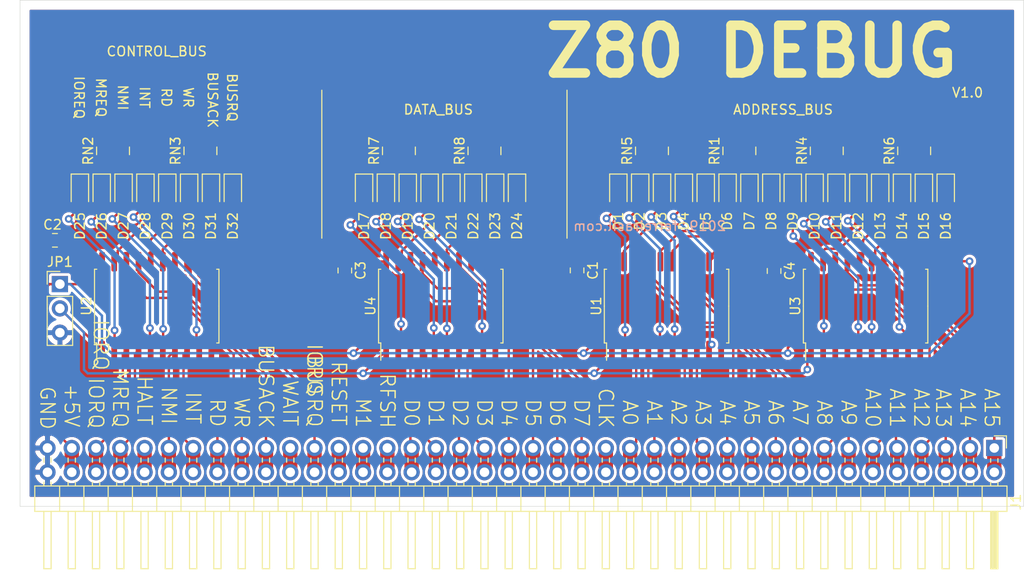
<source format=kicad_pcb>
(kicad_pcb (version 20171130) (host pcbnew 5.1.2)
  (layers (0 F.Cu signal) (31 B.Cu signal) (34 B.Paste user) (35 F.Paste user) (36 B.SilkS user) (37 F.SilkS user) (38 B.Mask user) (39 F.Mask user) (44 Edge.Cuts user))
  (net 0 "")
  (net 1 GND)
  (net 2 +5V)
  (net 3 /A0)
  (net 4 /A1)
  (net 5 /A2)
  (net 6 /A3)
  (net 7 /A4)
  (net 8 /A5)
  (net 9 /A6)
  (net 10 /A7)
  (net 11 /A8)
  (net 12 /A9)
  (net 13 /A10)
  (net 14 /A11)
  (net 15 /A12)
  (net 16 /A13)
  (net 17 /A14)
  (net 18 /A15)
  (net 19 /D0)
  (net 20 /D1)
  (net 21 /D2)
  (net 22 /D3)
  (net 23 /D4)
  (net 24 /D5)
  (net 25 /D6)
  (net 26 /D7)
  (net 27 /RD)
  (net 28 /WR)
  (net 29 /MREQ)
  (net 30 /IORQ)
  (net 31 /NMI)
  (net 32 /INT)
  (net 33 /BUSRQ)
  (net 34 /BUSACK)
  (net 35 /M1)
  (net 36 /RFSH)
  (net 37 /WAIT)
  (net 38 /HALT)
  (net 39 /RESET)
  (net 40 /CLK)
  (net 41 "Net-(D1-Pad2)")
  (net 42 "Net-(D1-Pad1)")
  (net 43 "Net-(D2-Pad2)")
  (net 44 "Net-(D2-Pad1)")
  (net 45 "Net-(D3-Pad2)")
  (net 46 "Net-(D3-Pad1)")
  (net 47 "Net-(D4-Pad2)")
  (net 48 "Net-(D4-Pad1)")
  (net 49 "Net-(D5-Pad2)")
  (net 50 "Net-(D5-Pad1)")
  (net 51 "Net-(D6-Pad2)")
  (net 52 "Net-(D6-Pad1)")
  (net 53 "Net-(D7-Pad2)")
  (net 54 "Net-(D7-Pad1)")
  (net 55 "Net-(D8-Pad2)")
  (net 56 "Net-(D8-Pad1)")
  (net 57 "Net-(D9-Pad2)")
  (net 58 "Net-(D9-Pad1)")
  (net 59 "Net-(D10-Pad2)")
  (net 60 "Net-(D10-Pad1)")
  (net 61 "Net-(D11-Pad2)")
  (net 62 "Net-(D11-Pad1)")
  (net 63 "Net-(D12-Pad2)")
  (net 64 "Net-(D12-Pad1)")
  (net 65 "Net-(D13-Pad2)")
  (net 66 "Net-(D13-Pad1)")
  (net 67 "Net-(D14-Pad2)")
  (net 68 "Net-(D14-Pad1)")
  (net 69 "Net-(D15-Pad2)")
  (net 70 "Net-(D15-Pad1)")
  (net 71 "Net-(D16-Pad2)")
  (net 72 "Net-(D16-Pad1)")
  (net 73 "Net-(D17-Pad2)")
  (net 74 "Net-(D17-Pad1)")
  (net 75 "Net-(D18-Pad2)")
  (net 76 "Net-(D18-Pad1)")
  (net 77 "Net-(D19-Pad2)")
  (net 78 "Net-(D19-Pad1)")
  (net 79 "Net-(D20-Pad2)")
  (net 80 "Net-(D20-Pad1)")
  (net 81 "Net-(D21-Pad2)")
  (net 82 "Net-(D21-Pad1)")
  (net 83 "Net-(D22-Pad2)")
  (net 84 "Net-(D22-Pad1)")
  (net 85 "Net-(D23-Pad2)")
  (net 86 "Net-(D23-Pad1)")
  (net 87 "Net-(D24-Pad2)")
  (net 88 "Net-(D24-Pad1)")
  (net 89 "Net-(D25-Pad2)")
  (net 90 "Net-(D25-Pad1)")
  (net 91 "Net-(D26-Pad2)")
  (net 92 "Net-(D26-Pad1)")
  (net 93 "Net-(D27-Pad2)")
  (net 94 "Net-(D27-Pad1)")
  (net 95 "Net-(D28-Pad2)")
  (net 96 "Net-(D28-Pad1)")
  (net 97 "Net-(D29-Pad2)")
  (net 98 "Net-(D29-Pad1)")
  (net 99 "Net-(D30-Pad2)")
  (net 100 "Net-(D30-Pad1)")
  (net 101 "Net-(D31-Pad2)")
  (net 102 "Net-(D31-Pad1)")
  (net 103 "Net-(D32-Pad2)")
  (net 104 "Net-(D32-Pad1)")
  (net 105 /OE)
  (module Resistor_SMD:R_Array_Concave_4x0603 (layer F.Cu) (at 148.59 80.772 90)
    (fp_text reference RN8 (at 0 -2.6 90) (layer F.SilkS))
    (fp_text value R_Pack04)
    (pad 5 smd rect (at 0.85 1.2 90) (size 0.9 0.4) (layers F.Cu F.Paste F.Mask) (net 1 GND))
    (pad 6 smd rect (at 0.85 0.4 90) (size 0.9 0.4) (layers F.Cu F.Paste F.Mask) (net 1 GND))
    (pad 7 smd rect (at 0.85 -0.4 90) (size 0.9 0.4) (layers F.Cu F.Paste F.Mask) (net 1 GND))
    (pad 8 smd rect (at 0.85 -1.2 90) (size 0.9 0.4) (layers F.Cu F.Paste F.Mask) (net 1 GND))
    (pad 4 smd rect (at -0.85 1.2 90) (size 0.9 0.4) (layers F.Cu F.Paste F.Mask) (net 88 "Net-(D24-Pad1)"))
    (pad 1 smd rect (at -0.85 -1.2 90) (size 0.9 0.4) (layers F.Cu F.Paste F.Mask) (net 82 "Net-(D21-Pad1)"))
    (pad 3 smd rect (at -0.85 0.4 90) (size 0.9 0.4) (layers F.Cu F.Paste F.Mask) (net 86 "Net-(D23-Pad1)"))
    (pad 2 smd rect (at -0.85 -0.4 90) (size 0.9 0.4) (layers F.Cu F.Paste F.Mask) (net 84 "Net-(D22-Pad1)"))
  )
  (module Resistor_SMD:R_Array_Concave_4x0603 (layer F.Cu) (at 139.64 80.772 90)
    (fp_text reference RN7 (at 0 -2.6 90) (layer F.SilkS))
    (fp_text value R_Pack04)
    (pad 5 smd rect (at 0.85 1.2 90) (size 0.9 0.4) (layers F.Cu F.Paste F.Mask) (net 1 GND))
    (pad 6 smd rect (at 0.85 0.4 90) (size 0.9 0.4) (layers F.Cu F.Paste F.Mask) (net 1 GND))
    (pad 7 smd rect (at 0.85 -0.4 90) (size 0.9 0.4) (layers F.Cu F.Paste F.Mask) (net 1 GND))
    (pad 8 smd rect (at 0.85 -1.2 90) (size 0.9 0.4) (layers F.Cu F.Paste F.Mask) (net 1 GND))
    (pad 4 smd rect (at -0.85 1.2 90) (size 0.9 0.4) (layers F.Cu F.Paste F.Mask) (net 80 "Net-(D20-Pad1)"))
    (pad 1 smd rect (at -0.85 -1.2 90) (size 0.9 0.4) (layers F.Cu F.Paste F.Mask) (net 74 "Net-(D17-Pad1)"))
    (pad 3 smd rect (at -0.85 0.4 90) (size 0.9 0.4) (layers F.Cu F.Paste F.Mask) (net 78 "Net-(D19-Pad1)"))
    (pad 2 smd rect (at -0.85 -0.4 90) (size 0.9 0.4) (layers F.Cu F.Paste F.Mask) (net 76 "Net-(D18-Pad1)"))
  )
  (module Resistor_SMD:R_Array_Concave_4x0603 (layer F.Cu) (at 193.548 80.772 90)
    (fp_text reference RN6 (at 0 -2.6 90) (layer F.SilkS))
    (fp_text value R_Pack04)
    (pad 5 smd rect (at 0.85 1.2 90) (size 0.9 0.4) (layers F.Cu F.Paste F.Mask) (net 1 GND))
    (pad 6 smd rect (at 0.85 0.4 90) (size 0.9 0.4) (layers F.Cu F.Paste F.Mask) (net 1 GND))
    (pad 7 smd rect (at 0.85 -0.4 90) (size 0.9 0.4) (layers F.Cu F.Paste F.Mask) (net 1 GND))
    (pad 8 smd rect (at 0.85 -1.2 90) (size 0.9 0.4) (layers F.Cu F.Paste F.Mask) (net 1 GND))
    (pad 4 smd rect (at -0.85 1.2 90) (size 0.9 0.4) (layers F.Cu F.Paste F.Mask) (net 72 "Net-(D16-Pad1)"))
    (pad 1 smd rect (at -0.85 -1.2 90) (size 0.9 0.4) (layers F.Cu F.Paste F.Mask) (net 66 "Net-(D13-Pad1)"))
    (pad 3 smd rect (at -0.85 0.4 90) (size 0.9 0.4) (layers F.Cu F.Paste F.Mask) (net 70 "Net-(D15-Pad1)"))
    (pad 2 smd rect (at -0.85 -0.4 90) (size 0.9 0.4) (layers F.Cu F.Paste F.Mask) (net 68 "Net-(D14-Pad1)"))
  )
  (module Resistor_SMD:R_Array_Concave_4x0603 (layer F.Cu) (at 166.116 80.772 90)
    (fp_text reference RN5 (at 0 -2.6 90) (layer F.SilkS))
    (fp_text value R_Pack04)
    (pad 5 smd rect (at 0.85 1.2 90) (size 0.9 0.4) (layers F.Cu F.Paste F.Mask) (net 1 GND))
    (pad 6 smd rect (at 0.85 0.4 90) (size 0.9 0.4) (layers F.Cu F.Paste F.Mask) (net 1 GND))
    (pad 7 smd rect (at 0.85 -0.4 90) (size 0.9 0.4) (layers F.Cu F.Paste F.Mask) (net 1 GND))
    (pad 8 smd rect (at 0.85 -1.2 90) (size 0.9 0.4) (layers F.Cu F.Paste F.Mask) (net 1 GND))
    (pad 4 smd rect (at -0.85 1.2 90) (size 0.9 0.4) (layers F.Cu F.Paste F.Mask) (net 48 "Net-(D4-Pad1)"))
    (pad 1 smd rect (at -0.85 -1.2 90) (size 0.9 0.4) (layers F.Cu F.Paste F.Mask) (net 42 "Net-(D1-Pad1)"))
    (pad 3 smd rect (at -0.85 0.4 90) (size 0.9 0.4) (layers F.Cu F.Paste F.Mask) (net 46 "Net-(D3-Pad1)"))
    (pad 2 smd rect (at -0.85 -0.4 90) (size 0.9 0.4) (layers F.Cu F.Paste F.Mask) (net 44 "Net-(D2-Pad1)"))
  )
  (module Resistor_SMD:R_Array_Concave_4x0603 (layer F.Cu) (at 184.404 80.772 90)
    (fp_text reference RN4 (at 0 -2.6 90) (layer F.SilkS))
    (fp_text value R_Pack04)
    (pad 5 smd rect (at 0.85 1.2 90) (size 0.9 0.4) (layers F.Cu F.Paste F.Mask) (net 1 GND))
    (pad 6 smd rect (at 0.85 0.4 90) (size 0.9 0.4) (layers F.Cu F.Paste F.Mask) (net 1 GND))
    (pad 7 smd rect (at 0.85 -0.4 90) (size 0.9 0.4) (layers F.Cu F.Paste F.Mask) (net 1 GND))
    (pad 8 smd rect (at 0.85 -1.2 90) (size 0.9 0.4) (layers F.Cu F.Paste F.Mask) (net 1 GND))
    (pad 4 smd rect (at -0.85 1.2 90) (size 0.9 0.4) (layers F.Cu F.Paste F.Mask) (net 64 "Net-(D12-Pad1)"))
    (pad 1 smd rect (at -0.85 -1.2 90) (size 0.9 0.4) (layers F.Cu F.Paste F.Mask) (net 58 "Net-(D9-Pad1)"))
    (pad 3 smd rect (at -0.85 0.4 90) (size 0.9 0.4) (layers F.Cu F.Paste F.Mask) (net 62 "Net-(D11-Pad1)"))
    (pad 2 smd rect (at -0.85 -0.4 90) (size 0.9 0.4) (layers F.Cu F.Paste F.Mask) (net 60 "Net-(D10-Pad1)"))
  )
  (module Resistor_SMD:R_Array_Concave_4x0603 (layer F.Cu) (at 118.872 80.772 90)
    (fp_text reference RN3 (at 0 -2.6 90) (layer F.SilkS))
    (fp_text value R_Pack04)
    (pad 5 smd rect (at 0.85 1.2 90) (size 0.9 0.4) (layers F.Cu F.Paste F.Mask) (net 1 GND))
    (pad 6 smd rect (at 0.85 0.4 90) (size 0.9 0.4) (layers F.Cu F.Paste F.Mask) (net 1 GND))
    (pad 7 smd rect (at 0.85 -0.4 90) (size 0.9 0.4) (layers F.Cu F.Paste F.Mask) (net 1 GND))
    (pad 8 smd rect (at 0.85 -1.2 90) (size 0.9 0.4) (layers F.Cu F.Paste F.Mask) (net 1 GND))
    (pad 4 smd rect (at -0.85 1.2 90) (size 0.9 0.4) (layers F.Cu F.Paste F.Mask) (net 104 "Net-(D32-Pad1)"))
    (pad 1 smd rect (at -0.85 -1.2 90) (size 0.9 0.4) (layers F.Cu F.Paste F.Mask) (net 98 "Net-(D29-Pad1)"))
    (pad 3 smd rect (at -0.85 0.4 90) (size 0.9 0.4) (layers F.Cu F.Paste F.Mask) (net 102 "Net-(D31-Pad1)"))
    (pad 2 smd rect (at -0.85 -0.4 90) (size 0.9 0.4) (layers F.Cu F.Paste F.Mask) (net 100 "Net-(D30-Pad1)"))
  )
  (module Resistor_SMD:R_Array_Concave_4x0603 (layer F.Cu) (at 109.728 80.772 90)
    (fp_text reference RN2 (at 0 -2.6 90) (layer F.SilkS))
    (fp_text value R_Pack04)
    (pad 5 smd rect (at 0.85 1.2 90) (size 0.9 0.4) (layers F.Cu F.Paste F.Mask) (net 1 GND))
    (pad 6 smd rect (at 0.85 0.4 90) (size 0.9 0.4) (layers F.Cu F.Paste F.Mask) (net 1 GND))
    (pad 7 smd rect (at 0.85 -0.4 90) (size 0.9 0.4) (layers F.Cu F.Paste F.Mask) (net 1 GND))
    (pad 8 smd rect (at 0.85 -1.2 90) (size 0.9 0.4) (layers F.Cu F.Paste F.Mask) (net 1 GND))
    (pad 4 smd rect (at -0.85 1.2 90) (size 0.9 0.4) (layers F.Cu F.Paste F.Mask) (net 96 "Net-(D28-Pad1)"))
    (pad 1 smd rect (at -0.85 -1.2 90) (size 0.9 0.4) (layers F.Cu F.Paste F.Mask) (net 90 "Net-(D25-Pad1)"))
    (pad 3 smd rect (at -0.85 0.4 90) (size 0.9 0.4) (layers F.Cu F.Paste F.Mask) (net 94 "Net-(D27-Pad1)"))
    (pad 2 smd rect (at -0.85 -0.4 90) (size 0.9 0.4) (layers F.Cu F.Paste F.Mask) (net 92 "Net-(D26-Pad1)"))
  )
  (module Resistor_SMD:R_Array_Concave_4x0603 (layer F.Cu) (at 175.26 80.772 90)
    (fp_text reference RN1 (at 0 -2.6 90) (layer F.SilkS))
    (fp_text value R_Pack04)
    (pad 5 smd rect (at 0.85 1.2 90) (size 0.9 0.4) (layers F.Cu F.Paste F.Mask) (net 1 GND))
    (pad 6 smd rect (at 0.85 0.4 90) (size 0.9 0.4) (layers F.Cu F.Paste F.Mask) (net 1 GND))
    (pad 7 smd rect (at 0.85 -0.4 90) (size 0.9 0.4) (layers F.Cu F.Paste F.Mask) (net 1 GND))
    (pad 8 smd rect (at 0.85 -1.2 90) (size 0.9 0.4) (layers F.Cu F.Paste F.Mask) (net 1 GND))
    (pad 4 smd rect (at -0.85 1.2 90) (size 0.9 0.4) (layers F.Cu F.Paste F.Mask) (net 56 "Net-(D8-Pad1)"))
    (pad 1 smd rect (at -0.85 -1.2 90) (size 0.9 0.4) (layers F.Cu F.Paste F.Mask) (net 50 "Net-(D5-Pad1)"))
    (pad 3 smd rect (at -0.85 0.4 90) (size 0.9 0.4) (layers F.Cu F.Paste F.Mask) (net 54 "Net-(D7-Pad1)"))
    (pad 2 smd rect (at -0.85 -0.4 90) (size 0.9 0.4) (layers F.Cu F.Paste F.Mask) (net 52 "Net-(D6-Pad1)"))
  )
  (module Capacitor_SMD:C_0805_2012Metric (layer F.Cu) (at 178.89 93.35 270)
    (fp_text reference C4 (at 0 -1.65 90) (layer F.SilkS))
    (fp_text value C)
    (pad 2 smd roundrect (at 0.9375 0 270) (size 0.975 1.4) (layers F.Cu F.Paste F.Mask) (net 1 GND))
    (pad 1 smd roundrect (at -0.9375 0 270) (size 0.975 1.4) (layers F.Cu F.Paste F.Mask) (net 2 +5V))
  )
  (module Capacitor_SMD:C_0805_2012Metric (layer F.Cu) (at 133.98 93.3 270)
    (fp_text reference C3 (at 0 -1.65 90) (layer F.SilkS))
    (fp_text value C)
    (pad 2 smd roundrect (at 0.9375 0 270) (size 0.975 1.4) (layers F.Cu F.Paste F.Mask) (net 1 GND))
    (pad 1 smd roundrect (at -0.9375 0 270) (size 0.975 1.4) (layers F.Cu F.Paste F.Mask) (net 2 +5V))
  )
  (module Capacitor_SMD:C_0805_2012Metric (layer F.Cu) (at 103.65 90.14 180)
    (fp_text reference C2 (at 0.25 1.64) (layer F.SilkS))
    (fp_text value C)
    (pad 2 smd roundrect (at 0.9375 0 180) (size 0.975 1.4) (layers F.Cu F.Paste F.Mask) (net 1 GND))
    (pad 1 smd roundrect (at -0.9375 0 180) (size 0.975 1.4) (layers F.Cu F.Paste F.Mask) (net 2 +5V))
  )
  (module Capacitor_SMD:C_0805_2012Metric (layer F.Cu) (at 158.28 93.29 270)
    (fp_text reference C1 (at 0 -1.65 90) (layer F.SilkS))
    (fp_text value C)
    (pad 2 smd roundrect (at 0.9375 0 270) (size 0.975 1.4) (layers F.Cu F.Paste F.Mask) (net 1 GND))
    (pad 1 smd roundrect (at -0.9375 0 270) (size 0.975 1.4) (layers F.Cu F.Paste F.Mask) (net 2 +5V))
  )
  (module Package_SO:SOIC-20W_7.5x12.8mm_P1.27mm (layer F.Cu) (at 144.018 97.028 90)
    (fp_text reference U4 (at 0 -7.35 90) (layer F.SilkS))
    (fp_text value 74HC373)
    (pad 20 smd roundrect (at 4.65 -5.715 90) (size 2.05 0.6) (layers F.Cu F.Paste F.Mask) (net 2 +5V))
    (pad 19 smd roundrect (at 4.65 -4.445 90) (size 2.05 0.6) (layers F.Cu F.Paste F.Mask) (net 81 "Net-(D21-Pad2)"))
    (pad 18 smd roundrect (at 4.65 -3.175 90) (size 2.05 0.6) (layers F.Cu F.Paste F.Mask) (net 23 /D4))
    (pad 17 smd roundrect (at 4.65 -1.905 90) (size 2.05 0.6) (layers F.Cu F.Paste F.Mask) (net 24 /D5))
    (pad 16 smd roundrect (at 4.65 -0.635 90) (size 2.05 0.6) (layers F.Cu F.Paste F.Mask) (net 83 "Net-(D22-Pad2)"))
    (pad 15 smd roundrect (at 4.65 0.635 90) (size 2.05 0.6) (layers F.Cu F.Paste F.Mask) (net 85 "Net-(D23-Pad2)"))
    (pad 14 smd roundrect (at 4.65 1.905 90) (size 2.05 0.6) (layers F.Cu F.Paste F.Mask) (net 25 /D6))
    (pad 13 smd roundrect (at 4.65 3.175 90) (size 2.05 0.6) (layers F.Cu F.Paste F.Mask) (net 26 /D7))
    (pad 12 smd roundrect (at 4.65 4.445 90) (size 2.05 0.6) (layers F.Cu F.Paste F.Mask) (net 87 "Net-(D24-Pad2)"))
    (pad 11 smd roundrect (at 4.65 5.715 90) (size 2.05 0.6) (layers F.Cu F.Paste F.Mask) (net 2 +5V))
    (pad 10 smd roundrect (at -4.65 5.715 90) (size 2.05 0.6) (layers F.Cu F.Paste F.Mask) (net 1 GND))
    (pad 9 smd roundrect (at -4.65 4.445 90) (size 2.05 0.6) (layers F.Cu F.Paste F.Mask) (net 79 "Net-(D20-Pad2)"))
    (pad 8 smd roundrect (at -4.65 3.175 90) (size 2.05 0.6) (layers F.Cu F.Paste F.Mask) (net 22 /D3))
    (pad 7 smd roundrect (at -4.65 1.905 90) (size 2.05 0.6) (layers F.Cu F.Paste F.Mask) (net 21 /D2))
    (pad 6 smd roundrect (at -4.65 0.635 90) (size 2.05 0.6) (layers F.Cu F.Paste F.Mask) (net 77 "Net-(D19-Pad2)"))
    (pad 5 smd roundrect (at -4.65 -0.635 90) (size 2.05 0.6) (layers F.Cu F.Paste F.Mask) (net 75 "Net-(D18-Pad2)"))
    (pad 4 smd roundrect (at -4.65 -1.905 90) (size 2.05 0.6) (layers F.Cu F.Paste F.Mask) (net 20 /D1))
    (pad 3 smd roundrect (at -4.65 -3.175 90) (size 2.05 0.6) (layers F.Cu F.Paste F.Mask) (net 19 /D0))
    (pad 2 smd roundrect (at -4.65 -4.445 90) (size 2.05 0.6) (layers F.Cu F.Paste F.Mask) (net 73 "Net-(D17-Pad2)"))
    (pad 1 smd roundrect (at -4.65 -5.715 90) (size 2.05 0.6) (layers F.Cu F.Paste F.Mask) (net 105 /OE))
  )
  (module Package_SO:SOIC-20W_7.5x12.8mm_P1.27mm (layer F.Cu) (at 188.468 97.028 90)
    (fp_text reference U3 (at 0 -7.35 90) (layer F.SilkS))
    (fp_text value 74HC373)
    (pad 20 smd roundrect (at 4.65 -5.715 90) (size 2.05 0.6) (layers F.Cu F.Paste F.Mask) (net 2 +5V))
    (pad 19 smd roundrect (at 4.65 -4.445 90) (size 2.05 0.6) (layers F.Cu F.Paste F.Mask) (net 65 "Net-(D13-Pad2)"))
    (pad 18 smd roundrect (at 4.65 -3.175 90) (size 2.05 0.6) (layers F.Cu F.Paste F.Mask) (net 15 /A12))
    (pad 17 smd roundrect (at 4.65 -1.905 90) (size 2.05 0.6) (layers F.Cu F.Paste F.Mask) (net 16 /A13))
    (pad 16 smd roundrect (at 4.65 -0.635 90) (size 2.05 0.6) (layers F.Cu F.Paste F.Mask) (net 67 "Net-(D14-Pad2)"))
    (pad 15 smd roundrect (at 4.65 0.635 90) (size 2.05 0.6) (layers F.Cu F.Paste F.Mask) (net 69 "Net-(D15-Pad2)"))
    (pad 14 smd roundrect (at 4.65 1.905 90) (size 2.05 0.6) (layers F.Cu F.Paste F.Mask) (net 17 /A14))
    (pad 13 smd roundrect (at 4.65 3.175 90) (size 2.05 0.6) (layers F.Cu F.Paste F.Mask) (net 18 /A15))
    (pad 12 smd roundrect (at 4.65 4.445 90) (size 2.05 0.6) (layers F.Cu F.Paste F.Mask) (net 71 "Net-(D16-Pad2)"))
    (pad 11 smd roundrect (at 4.65 5.715 90) (size 2.05 0.6) (layers F.Cu F.Paste F.Mask) (net 2 +5V))
    (pad 10 smd roundrect (at -4.65 5.715 90) (size 2.05 0.6) (layers F.Cu F.Paste F.Mask) (net 1 GND))
    (pad 9 smd roundrect (at -4.65 4.445 90) (size 2.05 0.6) (layers F.Cu F.Paste F.Mask) (net 63 "Net-(D12-Pad2)"))
    (pad 8 smd roundrect (at -4.65 3.175 90) (size 2.05 0.6) (layers F.Cu F.Paste F.Mask) (net 14 /A11))
    (pad 7 smd roundrect (at -4.65 1.905 90) (size 2.05 0.6) (layers F.Cu F.Paste F.Mask) (net 13 /A10))
    (pad 6 smd roundrect (at -4.65 0.635 90) (size 2.05 0.6) (layers F.Cu F.Paste F.Mask) (net 61 "Net-(D11-Pad2)"))
    (pad 5 smd roundrect (at -4.65 -0.635 90) (size 2.05 0.6) (layers F.Cu F.Paste F.Mask) (net 59 "Net-(D10-Pad2)"))
    (pad 4 smd roundrect (at -4.65 -1.905 90) (size 2.05 0.6) (layers F.Cu F.Paste F.Mask) (net 12 /A9))
    (pad 3 smd roundrect (at -4.65 -3.175 90) (size 2.05 0.6) (layers F.Cu F.Paste F.Mask) (net 11 /A8))
    (pad 2 smd roundrect (at -4.65 -4.445 90) (size 2.05 0.6) (layers F.Cu F.Paste F.Mask) (net 57 "Net-(D9-Pad2)"))
    (pad 1 smd roundrect (at -4.65 -5.715 90) (size 2.05 0.6) (layers F.Cu F.Paste F.Mask) (net 105 /OE))
  )
  (module Package_SO:SOIC-20W_7.5x12.8mm_P1.27mm (layer F.Cu) (at 114.3 97.028 90)
    (fp_text reference U2 (at 0 -7.35 90) (layer F.SilkS))
    (fp_text value 74HC373)
    (pad 20 smd roundrect (at 4.65 -5.715 90) (size 2.05 0.6) (layers F.Cu F.Paste F.Mask) (net 2 +5V))
    (pad 19 smd roundrect (at 4.65 -4.445 90) (size 2.05 0.6) (layers F.Cu F.Paste F.Mask) (net 97 "Net-(D29-Pad2)"))
    (pad 18 smd roundrect (at 4.65 -3.175 90) (size 2.05 0.6) (layers F.Cu F.Paste F.Mask) (net 27 /RD))
    (pad 17 smd roundrect (at 4.65 -1.905 90) (size 2.05 0.6) (layers F.Cu F.Paste F.Mask) (net 28 /WR))
    (pad 16 smd roundrect (at 4.65 -0.635 90) (size 2.05 0.6) (layers F.Cu F.Paste F.Mask) (net 99 "Net-(D30-Pad2)"))
    (pad 15 smd roundrect (at 4.65 0.635 90) (size 2.05 0.6) (layers F.Cu F.Paste F.Mask) (net 101 "Net-(D31-Pad2)"))
    (pad 14 smd roundrect (at 4.65 1.905 90) (size 2.05 0.6) (layers F.Cu F.Paste F.Mask) (net 34 /BUSACK))
    (pad 13 smd roundrect (at 4.65 3.175 90) (size 2.05 0.6) (layers F.Cu F.Paste F.Mask) (net 33 /BUSRQ))
    (pad 12 smd roundrect (at 4.65 4.445 90) (size 2.05 0.6) (layers F.Cu F.Paste F.Mask) (net 103 "Net-(D32-Pad2)"))
    (pad 11 smd roundrect (at 4.65 5.715 90) (size 2.05 0.6) (layers F.Cu F.Paste F.Mask) (net 2 +5V))
    (pad 10 smd roundrect (at -4.65 5.715 90) (size 2.05 0.6) (layers F.Cu F.Paste F.Mask) (net 1 GND))
    (pad 9 smd roundrect (at -4.65 4.445 90) (size 2.05 0.6) (layers F.Cu F.Paste F.Mask) (net 95 "Net-(D28-Pad2)"))
    (pad 8 smd roundrect (at -4.65 3.175 90) (size 2.05 0.6) (layers F.Cu F.Paste F.Mask) (net 32 /INT))
    (pad 7 smd roundrect (at -4.65 1.905 90) (size 2.05 0.6) (layers F.Cu F.Paste F.Mask) (net 31 /NMI))
    (pad 6 smd roundrect (at -4.65 0.635 90) (size 2.05 0.6) (layers F.Cu F.Paste F.Mask) (net 93 "Net-(D27-Pad2)"))
    (pad 5 smd roundrect (at -4.65 -0.635 90) (size 2.05 0.6) (layers F.Cu F.Paste F.Mask) (net 91 "Net-(D26-Pad2)"))
    (pad 4 smd roundrect (at -4.65 -1.905 90) (size 2.05 0.6) (layers F.Cu F.Paste F.Mask) (net 29 /MREQ))
    (pad 3 smd roundrect (at -4.65 -3.175 90) (size 2.05 0.6) (layers F.Cu F.Paste F.Mask) (net 30 /IORQ))
    (pad 2 smd roundrect (at -4.65 -4.445 90) (size 2.05 0.6) (layers F.Cu F.Paste F.Mask) (net 89 "Net-(D25-Pad2)"))
    (pad 1 smd roundrect (at -4.65 -5.715 90) (size 2.05 0.6) (layers F.Cu F.Paste F.Mask) (net 105 /OE))
  )
  (module Package_SO:SOIC-20W_7.5x12.8mm_P1.27mm (layer F.Cu) (at 167.64 97.028 90)
    (fp_text reference U1 (at 0 -7.35 90) (layer F.SilkS))
    (fp_text value 74HC373)
    (pad 20 smd roundrect (at 4.65 -5.715 90) (size 2.05 0.6) (layers F.Cu F.Paste F.Mask) (net 2 +5V))
    (pad 19 smd roundrect (at 4.65 -4.445 90) (size 2.05 0.6) (layers F.Cu F.Paste F.Mask) (net 49 "Net-(D5-Pad2)"))
    (pad 18 smd roundrect (at 4.65 -3.175 90) (size 2.05 0.6) (layers F.Cu F.Paste F.Mask) (net 7 /A4))
    (pad 17 smd roundrect (at 4.65 -1.905 90) (size 2.05 0.6) (layers F.Cu F.Paste F.Mask) (net 8 /A5))
    (pad 16 smd roundrect (at 4.65 -0.635 90) (size 2.05 0.6) (layers F.Cu F.Paste F.Mask) (net 51 "Net-(D6-Pad2)"))
    (pad 15 smd roundrect (at 4.65 0.635 90) (size 2.05 0.6) (layers F.Cu F.Paste F.Mask) (net 53 "Net-(D7-Pad2)"))
    (pad 14 smd roundrect (at 4.65 1.905 90) (size 2.05 0.6) (layers F.Cu F.Paste F.Mask) (net 9 /A6))
    (pad 13 smd roundrect (at 4.65 3.175 90) (size 2.05 0.6) (layers F.Cu F.Paste F.Mask) (net 10 /A7))
    (pad 12 smd roundrect (at 4.65 4.445 90) (size 2.05 0.6) (layers F.Cu F.Paste F.Mask) (net 55 "Net-(D8-Pad2)"))
    (pad 11 smd roundrect (at 4.65 5.715 90) (size 2.05 0.6) (layers F.Cu F.Paste F.Mask) (net 2 +5V))
    (pad 10 smd roundrect (at -4.65 5.715 90) (size 2.05 0.6) (layers F.Cu F.Paste F.Mask) (net 1 GND))
    (pad 9 smd roundrect (at -4.65 4.445 90) (size 2.05 0.6) (layers F.Cu F.Paste F.Mask) (net 47 "Net-(D4-Pad2)"))
    (pad 8 smd roundrect (at -4.65 3.175 90) (size 2.05 0.6) (layers F.Cu F.Paste F.Mask) (net 6 /A3))
    (pad 7 smd roundrect (at -4.65 1.905 90) (size 2.05 0.6) (layers F.Cu F.Paste F.Mask) (net 5 /A2))
    (pad 6 smd roundrect (at -4.65 0.635 90) (size 2.05 0.6) (layers F.Cu F.Paste F.Mask) (net 45 "Net-(D3-Pad2)"))
    (pad 5 smd roundrect (at -4.65 -0.635 90) (size 2.05 0.6) (layers F.Cu F.Paste F.Mask) (net 43 "Net-(D2-Pad2)"))
    (pad 4 smd roundrect (at -4.65 -1.905 90) (size 2.05 0.6) (layers F.Cu F.Paste F.Mask) (net 4 /A1))
    (pad 3 smd roundrect (at -4.65 -3.175 90) (size 2.05 0.6) (layers F.Cu F.Paste F.Mask) (net 3 /A0))
    (pad 2 smd roundrect (at -4.65 -4.445 90) (size 2.05 0.6) (layers F.Cu F.Paste F.Mask) (net 41 "Net-(D1-Pad2)"))
    (pad 1 smd roundrect (at -4.65 -5.715 90) (size 2.05 0.6) (layers F.Cu F.Paste F.Mask) (net 105 /OE))
  )
  (module Connector_PinHeader_2.54mm:PinHeader_1x03_P2.54mm_Vertical (layer F.Cu) (at 104.17 94.73)
    (fp_text reference JP1 (at 0 -2.33) (layer F.SilkS))
    (fp_text value Jumper_NC_Dual)
    (pad 3 thru_hole oval (at 0 5.08) (size 1.7 1.7) (drill 1) (layers *.Cu *.Mask) (net 1 GND))
    (pad 2 thru_hole oval (at 0 2.54) (size 1.7 1.7) (drill 1) (layers *.Cu *.Mask) (net 105 /OE))
    (pad 1 thru_hole rect (at 0 0) (size 1.7 1.7) (drill 1) (layers *.Cu *.Mask) (net 2 +5V))
  )
  (module LED_SMD:LED_0805_2012Metric_Castellated (layer F.Cu) (at 122.262 85.088 270)
    (fp_text reference D32 (at 3.556 0 90) (layer F.SilkS))
    (fp_text value LED)
    (pad 2 smd roundrect (at 0.9625 0 270) (size 1.325 1.3) (layers F.Cu F.Paste F.Mask) (roundrect_rratio 0.192308) (net 103 "Net-(D32-Pad2)"))
    (pad 1 smd roundrect (at -0.9625 0 270) (size 1.325 1.3) (layers F.Cu F.Paste F.Mask) (roundrect_rratio 0.192308) (net 104 "Net-(D32-Pad1)"))
  )
  (module LED_SMD:LED_0805_2012Metric_Castellated (layer F.Cu) (at 119.976 85.088 270)
    (fp_text reference D31 (at 3.556 0 90) (layer F.SilkS))
    (fp_text value LED)
    (pad 2 smd roundrect (at 0.9625 0 270) (size 1.325 1.3) (layers F.Cu F.Paste F.Mask) (roundrect_rratio 0.192308) (net 101 "Net-(D31-Pad2)"))
    (pad 1 smd roundrect (at -0.9625 0 270) (size 1.325 1.3) (layers F.Cu F.Paste F.Mask) (roundrect_rratio 0.192308) (net 102 "Net-(D31-Pad1)"))
  )
  (module LED_SMD:LED_0805_2012Metric_Castellated (layer F.Cu) (at 117.69 85.088 270)
    (fp_text reference D30 (at 3.556 0 90) (layer F.SilkS))
    (fp_text value LED)
    (pad 2 smd roundrect (at 0.9625 0 270) (size 1.325 1.3) (layers F.Cu F.Paste F.Mask) (roundrect_rratio 0.192308) (net 99 "Net-(D30-Pad2)"))
    (pad 1 smd roundrect (at -0.9625 0 270) (size 1.325 1.3) (layers F.Cu F.Paste F.Mask) (roundrect_rratio 0.192308) (net 100 "Net-(D30-Pad1)"))
  )
  (module LED_SMD:LED_0805_2012Metric_Castellated (layer F.Cu) (at 115.404 85.088 270)
    (fp_text reference D29 (at 3.556 0 90) (layer F.SilkS))
    (fp_text value LED)
    (pad 2 smd roundrect (at 0.9625 0 270) (size 1.325 1.3) (layers F.Cu F.Paste F.Mask) (roundrect_rratio 0.192308) (net 97 "Net-(D29-Pad2)"))
    (pad 1 smd roundrect (at -0.9625 0 270) (size 1.325 1.3) (layers F.Cu F.Paste F.Mask) (roundrect_rratio 0.192308) (net 98 "Net-(D29-Pad1)"))
  )
  (module LED_SMD:LED_0805_2012Metric_Castellated (layer F.Cu) (at 113.118 85.088 270)
    (fp_text reference D28 (at 3.556 0 90) (layer F.SilkS))
    (fp_text value LED)
    (pad 2 smd roundrect (at 0.9625 0 270) (size 1.325 1.3) (layers F.Cu F.Paste F.Mask) (roundrect_rratio 0.192308) (net 95 "Net-(D28-Pad2)"))
    (pad 1 smd roundrect (at -0.9625 0 270) (size 1.325 1.3) (layers F.Cu F.Paste F.Mask) (roundrect_rratio 0.192308) (net 96 "Net-(D28-Pad1)"))
  )
  (module LED_SMD:LED_0805_2012Metric_Castellated (layer F.Cu) (at 110.832 85.088 270)
    (fp_text reference D27 (at 3.556 0 90) (layer F.SilkS))
    (fp_text value LED)
    (pad 2 smd roundrect (at 0.9625 0 270) (size 1.325 1.3) (layers F.Cu F.Paste F.Mask) (roundrect_rratio 0.192308) (net 93 "Net-(D27-Pad2)"))
    (pad 1 smd roundrect (at -0.9625 0 270) (size 1.325 1.3) (layers F.Cu F.Paste F.Mask) (roundrect_rratio 0.192308) (net 94 "Net-(D27-Pad1)"))
  )
  (module LED_SMD:LED_0805_2012Metric_Castellated (layer F.Cu) (at 108.546 85.088 270)
    (fp_text reference D26 (at 3.556 0 90) (layer F.SilkS))
    (fp_text value LED)
    (pad 2 smd roundrect (at 0.9625 0 270) (size 1.325 1.3) (layers F.Cu F.Paste F.Mask) (roundrect_rratio 0.192308) (net 91 "Net-(D26-Pad2)"))
    (pad 1 smd roundrect (at -0.9625 0 270) (size 1.325 1.3) (layers F.Cu F.Paste F.Mask) (roundrect_rratio 0.192308) (net 92 "Net-(D26-Pad1)"))
  )
  (module LED_SMD:LED_0805_2012Metric_Castellated (layer F.Cu) (at 106.26 85.088 270)
    (fp_text reference D25 (at 3.556 0 90) (layer F.SilkS))
    (fp_text value LED)
    (pad 2 smd roundrect (at 0.9625 0 270) (size 1.325 1.3) (layers F.Cu F.Paste F.Mask) (roundrect_rratio 0.192308) (net 89 "Net-(D25-Pad2)"))
    (pad 1 smd roundrect (at -0.9625 0 270) (size 1.325 1.3) (layers F.Cu F.Paste F.Mask) (roundrect_rratio 0.192308) (net 90 "Net-(D25-Pad1)"))
  )
  (module LED_SMD:LED_0805_2012Metric_Castellated (layer F.Cu) (at 151.994 85.088 270)
    (fp_text reference D24 (at 3.556 0 90) (layer F.SilkS))
    (fp_text value LED)
    (pad 2 smd roundrect (at 0.9625 0 270) (size 1.325 1.3) (layers F.Cu F.Paste F.Mask) (roundrect_rratio 0.192308) (net 87 "Net-(D24-Pad2)"))
    (pad 1 smd roundrect (at -0.9625 0 270) (size 1.325 1.3) (layers F.Cu F.Paste F.Mask) (roundrect_rratio 0.192308) (net 88 "Net-(D24-Pad1)"))
  )
  (module LED_SMD:LED_0805_2012Metric_Castellated (layer F.Cu) (at 149.708 85.088 270)
    (fp_text reference D23 (at 3.556 0 90) (layer F.SilkS))
    (fp_text value LED)
    (pad 2 smd roundrect (at 0.9625 0 270) (size 1.325 1.3) (layers F.Cu F.Paste F.Mask) (roundrect_rratio 0.192308) (net 85 "Net-(D23-Pad2)"))
    (pad 1 smd roundrect (at -0.9625 0 270) (size 1.325 1.3) (layers F.Cu F.Paste F.Mask) (roundrect_rratio 0.192308) (net 86 "Net-(D23-Pad1)"))
  )
  (module LED_SMD:LED_0805_2012Metric_Castellated (layer F.Cu) (at 147.422 85.088 270)
    (fp_text reference D22 (at 3.556 0 90) (layer F.SilkS))
    (fp_text value LED)
    (pad 2 smd roundrect (at 0.9625 0 270) (size 1.325 1.3) (layers F.Cu F.Paste F.Mask) (roundrect_rratio 0.192308) (net 83 "Net-(D22-Pad2)"))
    (pad 1 smd roundrect (at -0.9625 0 270) (size 1.325 1.3) (layers F.Cu F.Paste F.Mask) (roundrect_rratio 0.192308) (net 84 "Net-(D22-Pad1)"))
  )
  (module LED_SMD:LED_0805_2012Metric_Castellated (layer F.Cu) (at 145.136 85.088 270)
    (fp_text reference D21 (at 3.556 0 90) (layer F.SilkS))
    (fp_text value LED)
    (pad 2 smd roundrect (at 0.9625 0 270) (size 1.325 1.3) (layers F.Cu F.Paste F.Mask) (roundrect_rratio 0.192308) (net 81 "Net-(D21-Pad2)"))
    (pad 1 smd roundrect (at -0.9625 0 270) (size 1.325 1.3) (layers F.Cu F.Paste F.Mask) (roundrect_rratio 0.192308) (net 82 "Net-(D21-Pad1)"))
  )
  (module LED_SMD:LED_0805_2012Metric_Castellated (layer F.Cu) (at 142.85 85.088 270)
    (fp_text reference D20 (at 3.556 0 90) (layer F.SilkS))
    (fp_text value LED)
    (pad 2 smd roundrect (at 0.9625 0 270) (size 1.325 1.3) (layers F.Cu F.Paste F.Mask) (roundrect_rratio 0.192308) (net 79 "Net-(D20-Pad2)"))
    (pad 1 smd roundrect (at -0.9625 0 270) (size 1.325 1.3) (layers F.Cu F.Paste F.Mask) (roundrect_rratio 0.192308) (net 80 "Net-(D20-Pad1)"))
  )
  (module LED_SMD:LED_0805_2012Metric_Castellated (layer F.Cu) (at 140.564 85.088 270)
    (fp_text reference D19 (at 3.556 0 90) (layer F.SilkS))
    (fp_text value LED)
    (pad 2 smd roundrect (at 0.9625 0 270) (size 1.325 1.3) (layers F.Cu F.Paste F.Mask) (roundrect_rratio 0.192308) (net 77 "Net-(D19-Pad2)"))
    (pad 1 smd roundrect (at -0.9625 0 270) (size 1.325 1.3) (layers F.Cu F.Paste F.Mask) (roundrect_rratio 0.192308) (net 78 "Net-(D19-Pad1)"))
  )
  (module LED_SMD:LED_0805_2012Metric_Castellated (layer F.Cu) (at 138.278 85.088 270)
    (fp_text reference D18 (at 3.556 0 90) (layer F.SilkS))
    (fp_text value LED)
    (pad 2 smd roundrect (at 0.9625 0 270) (size 1.325 1.3) (layers F.Cu F.Paste F.Mask) (roundrect_rratio 0.192308) (net 75 "Net-(D18-Pad2)"))
    (pad 1 smd roundrect (at -0.9625 0 270) (size 1.325 1.3) (layers F.Cu F.Paste F.Mask) (roundrect_rratio 0.192308) (net 76 "Net-(D18-Pad1)"))
  )
  (module LED_SMD:LED_0805_2012Metric_Castellated (layer F.Cu) (at 135.992 85.088 270)
    (fp_text reference D17 (at 3.556 0 90) (layer F.SilkS))
    (fp_text value LED)
    (pad 2 smd roundrect (at 0.9625 0 270) (size 1.325 1.3) (layers F.Cu F.Paste F.Mask) (roundrect_rratio 0.192308) (net 73 "Net-(D17-Pad2)"))
    (pad 1 smd roundrect (at -0.9625 0 270) (size 1.325 1.3) (layers F.Cu F.Paste F.Mask) (roundrect_rratio 0.192308) (net 74 "Net-(D17-Pad1)"))
  )
  (module LED_SMD:LED_0805_2012Metric_Castellated (layer F.Cu) (at 196.85 85.09 270)
    (fp_text reference D16 (at 3.556 0 90) (layer F.SilkS))
    (fp_text value LED)
    (pad 2 smd roundrect (at 0.9625 0 270) (size 1.325 1.3) (layers F.Cu F.Paste F.Mask) (roundrect_rratio 0.192308) (net 71 "Net-(D16-Pad2)"))
    (pad 1 smd roundrect (at -0.9625 0 270) (size 1.325 1.3) (layers F.Cu F.Paste F.Mask) (roundrect_rratio 0.192308) (net 72 "Net-(D16-Pad1)"))
  )
  (module LED_SMD:LED_0805_2012Metric_Castellated (layer F.Cu) (at 194.564 85.09 270)
    (fp_text reference D15 (at 3.556 0 90) (layer F.SilkS))
    (fp_text value LED)
    (pad 2 smd roundrect (at 0.9625 0 270) (size 1.325 1.3) (layers F.Cu F.Paste F.Mask) (roundrect_rratio 0.192308) (net 69 "Net-(D15-Pad2)"))
    (pad 1 smd roundrect (at -0.9625 0 270) (size 1.325 1.3) (layers F.Cu F.Paste F.Mask) (roundrect_rratio 0.192308) (net 70 "Net-(D15-Pad1)"))
  )
  (module LED_SMD:LED_0805_2012Metric_Castellated (layer F.Cu) (at 192.278 85.09 270)
    (fp_text reference D14 (at 3.556 0 90) (layer F.SilkS))
    (fp_text value LED)
    (pad 2 smd roundrect (at 0.9625 0 270) (size 1.325 1.3) (layers F.Cu F.Paste F.Mask) (roundrect_rratio 0.192308) (net 67 "Net-(D14-Pad2)"))
    (pad 1 smd roundrect (at -0.9625 0 270) (size 1.325 1.3) (layers F.Cu F.Paste F.Mask) (roundrect_rratio 0.192308) (net 68 "Net-(D14-Pad1)"))
  )
  (module LED_SMD:LED_0805_2012Metric_Castellated (layer F.Cu) (at 189.992 85.09 270)
    (fp_text reference D13 (at 3.556 0 90) (layer F.SilkS))
    (fp_text value LED)
    (pad 2 smd roundrect (at 0.9625 0 270) (size 1.325 1.3) (layers F.Cu F.Paste F.Mask) (roundrect_rratio 0.192308) (net 65 "Net-(D13-Pad2)"))
    (pad 1 smd roundrect (at -0.9625 0 270) (size 1.325 1.3) (layers F.Cu F.Paste F.Mask) (roundrect_rratio 0.192308) (net 66 "Net-(D13-Pad1)"))
  )
  (module LED_SMD:LED_0805_2012Metric_Castellated (layer F.Cu) (at 187.706 85.09 270)
    (fp_text reference D12 (at 3.556 0 90) (layer F.SilkS))
    (fp_text value LED)
    (pad 2 smd roundrect (at 0.9625 0 270) (size 1.325 1.3) (layers F.Cu F.Paste F.Mask) (roundrect_rratio 0.192308) (net 63 "Net-(D12-Pad2)"))
    (pad 1 smd roundrect (at -0.9625 0 270) (size 1.325 1.3) (layers F.Cu F.Paste F.Mask) (roundrect_rratio 0.192308) (net 64 "Net-(D12-Pad1)"))
  )
  (module LED_SMD:LED_0805_2012Metric_Castellated (layer F.Cu) (at 185.42 85.09 270)
    (fp_text reference D11 (at 3.556 0 90) (layer F.SilkS))
    (fp_text value LED)
    (pad 2 smd roundrect (at 0.9625 0 270) (size 1.325 1.3) (layers F.Cu F.Paste F.Mask) (roundrect_rratio 0.192308) (net 61 "Net-(D11-Pad2)"))
    (pad 1 smd roundrect (at -0.9625 0 270) (size 1.325 1.3) (layers F.Cu F.Paste F.Mask) (roundrect_rratio 0.192308) (net 62 "Net-(D11-Pad1)"))
  )
  (module LED_SMD:LED_0805_2012Metric_Castellated (layer F.Cu) (at 183.134 85.09 270)
    (fp_text reference D10 (at 3.556 0 90) (layer F.SilkS))
    (fp_text value LED)
    (pad 2 smd roundrect (at 0.9625 0 270) (size 1.325 1.3) (layers F.Cu F.Paste F.Mask) (roundrect_rratio 0.192308) (net 59 "Net-(D10-Pad2)"))
    (pad 1 smd roundrect (at -0.9625 0 270) (size 1.325 1.3) (layers F.Cu F.Paste F.Mask) (roundrect_rratio 0.192308) (net 60 "Net-(D10-Pad1)"))
  )
  (module LED_SMD:LED_0805_2012Metric_Castellated (layer F.Cu) (at 180.848 85.09 270)
    (fp_text reference D9 (at 3.048 0 90) (layer F.SilkS))
    (fp_text value LED)
    (pad 2 smd roundrect (at 0.9625 0 270) (size 1.325 1.3) (layers F.Cu F.Paste F.Mask) (roundrect_rratio 0.192308) (net 57 "Net-(D9-Pad2)"))
    (pad 1 smd roundrect (at -0.9625 0 270) (size 1.325 1.3) (layers F.Cu F.Paste F.Mask) (roundrect_rratio 0.192308) (net 58 "Net-(D9-Pad1)"))
  )
  (module LED_SMD:LED_0805_2012Metric_Castellated (layer F.Cu) (at 178.598 85.086 270)
    (fp_text reference D8 (at 3.048 0 90) (layer F.SilkS))
    (fp_text value LED)
    (pad 2 smd roundrect (at 0.9625 0 270) (size 1.325 1.3) (layers F.Cu F.Paste F.Mask) (roundrect_rratio 0.192308) (net 55 "Net-(D8-Pad2)"))
    (pad 1 smd roundrect (at -0.9625 0 270) (size 1.325 1.3) (layers F.Cu F.Paste F.Mask) (roundrect_rratio 0.192308) (net 56 "Net-(D8-Pad1)"))
  )
  (module LED_SMD:LED_0805_2012Metric_Castellated (layer F.Cu) (at 176.312 85.086 270)
    (fp_text reference D7 (at 3.048 0 90) (layer F.SilkS))
    (fp_text value LED)
    (pad 2 smd roundrect (at 0.9625 0 270) (size 1.325 1.3) (layers F.Cu F.Paste F.Mask) (roundrect_rratio 0.192308) (net 53 "Net-(D7-Pad2)"))
    (pad 1 smd roundrect (at -0.9625 0 270) (size 1.325 1.3) (layers F.Cu F.Paste F.Mask) (roundrect_rratio 0.192308) (net 54 "Net-(D7-Pad1)"))
  )
  (module LED_SMD:LED_0805_2012Metric_Castellated (layer F.Cu) (at 174.026 85.086 270)
    (fp_text reference D6 (at 3.048 0.0535 90) (layer F.SilkS))
    (fp_text value LED)
    (pad 2 smd roundrect (at 0.9625 0 270) (size 1.325 1.3) (layers F.Cu F.Paste F.Mask) (roundrect_rratio 0.192308) (net 51 "Net-(D6-Pad2)"))
    (pad 1 smd roundrect (at -0.9625 0 270) (size 1.325 1.3) (layers F.Cu F.Paste F.Mask) (roundrect_rratio 0.192308) (net 52 "Net-(D6-Pad1)"))
  )
  (module LED_SMD:LED_0805_2012Metric_Castellated (layer F.Cu) (at 171.74 85.086 270)
    (fp_text reference D5 (at 3.048 0 90) (layer F.SilkS))
    (fp_text value LED)
    (pad 2 smd roundrect (at 0.9625 0 270) (size 1.325 1.3) (layers F.Cu F.Paste F.Mask) (roundrect_rratio 0.192308) (net 49 "Net-(D5-Pad2)"))
    (pad 1 smd roundrect (at -0.9625 0 270) (size 1.325 1.3) (layers F.Cu F.Paste F.Mask) (roundrect_rratio 0.192308) (net 50 "Net-(D5-Pad1)"))
  )
  (module LED_SMD:LED_0805_2012Metric_Castellated (layer F.Cu) (at 169.454 85.086 270)
    (fp_text reference D4 (at 3.048 0 90) (layer F.SilkS))
    (fp_text value LED)
    (pad 2 smd roundrect (at 0.9625 0 270) (size 1.325 1.3) (layers F.Cu F.Paste F.Mask) (roundrect_rratio 0.192308) (net 47 "Net-(D4-Pad2)"))
    (pad 1 smd roundrect (at -0.9625 0 270) (size 1.325 1.3) (layers F.Cu F.Paste F.Mask) (roundrect_rratio 0.192308) (net 48 "Net-(D4-Pad1)"))
  )
  (module LED_SMD:LED_0805_2012Metric_Castellated (layer F.Cu) (at 167.168 85.086 270)
    (fp_text reference D3 (at 3.048 0.0535 90) (layer F.SilkS))
    (fp_text value LED)
    (pad 2 smd roundrect (at 0.9625 0 270) (size 1.325 1.3) (layers F.Cu F.Paste F.Mask) (roundrect_rratio 0.192308) (net 45 "Net-(D3-Pad2)"))
    (pad 1 smd roundrect (at -0.9625 0 270) (size 1.325 1.3) (layers F.Cu F.Paste F.Mask) (roundrect_rratio 0.192308) (net 46 "Net-(D3-Pad1)"))
  )
  (module LED_SMD:LED_0805_2012Metric_Castellated (layer F.Cu) (at 164.882 85.086 270)
    (fp_text reference D2 (at 3.048 0.0535 90) (layer F.SilkS))
    (fp_text value LED)
    (pad 2 smd roundrect (at 0.9625 0 270) (size 1.325 1.3) (layers F.Cu F.Paste F.Mask) (roundrect_rratio 0.192308) (net 43 "Net-(D2-Pad2)"))
    (pad 1 smd roundrect (at -0.9625 0 270) (size 1.325 1.3) (layers F.Cu F.Paste F.Mask) (roundrect_rratio 0.192308) (net 44 "Net-(D2-Pad1)"))
  )
  (module LED_SMD:LED_0805_2012Metric_Castellated (layer F.Cu) (at 162.596 85.086 270)
    (fp_text reference D1 (at 3.048 0 90) (layer F.SilkS))
    (fp_text value LED)
    (pad 2 smd roundrect (at 0.9625 0 270) (size 1.325 1.3) (layers F.Cu F.Paste F.Mask) (roundrect_rratio 0.192308) (net 41 "Net-(D1-Pad2)"))
    (pad 1 smd roundrect (at -0.9625 0 270) (size 1.325 1.3) (layers F.Cu F.Paste F.Mask) (roundrect_rratio 0.192308) (net 42 "Net-(D1-Pad1)"))
  )
  (module Connector_PinHeader_2.54mm:PinHeader_2x40_P2.54mm_Horizontal (layer F.Cu) (at 201.93 111.887 270)
    (fp_text reference J1 (at 5.655 -2.27 90) (layer F.SilkS))
    (fp_text value Conn_02x40_Odd_Even)
    (pad 80 thru_hole oval (at 2.54 99.06 270) (size 1.7 1.7) (drill 1) (layers *.Cu *.Mask) (net 1 GND))
    (pad 79 thru_hole oval (at 0 99.06 270) (size 1.7 1.7) (drill 1) (layers *.Cu *.Mask) (net 1 GND))
    (pad 78 thru_hole oval (at 2.54 96.52 270) (size 1.7 1.7) (drill 1) (layers *.Cu *.Mask) (net 2 +5V))
    (pad 77 thru_hole oval (at 0 96.52 270) (size 1.7 1.7) (drill 1) (layers *.Cu *.Mask) (net 2 +5V))
    (pad 76 thru_hole oval (at 2.54 93.98 270) (size 1.7 1.7) (drill 1) (layers *.Cu *.Mask) (net 30 /IORQ))
    (pad 75 thru_hole oval (at 0 93.98 270) (size 1.7 1.7) (drill 1) (layers *.Cu *.Mask) (net 30 /IORQ))
    (pad 74 thru_hole oval (at 2.54 91.44 270) (size 1.7 1.7) (drill 1) (layers *.Cu *.Mask) (net 29 /MREQ))
    (pad 73 thru_hole oval (at 0 91.44 270) (size 1.7 1.7) (drill 1) (layers *.Cu *.Mask) (net 29 /MREQ))
    (pad 72 thru_hole oval (at 2.54 88.9 270) (size 1.7 1.7) (drill 1) (layers *.Cu *.Mask) (net 38 /HALT))
    (pad 71 thru_hole oval (at 0 88.9 270) (size 1.7 1.7) (drill 1) (layers *.Cu *.Mask) (net 38 /HALT))
    (pad 70 thru_hole oval (at 2.54 86.36 270) (size 1.7 1.7) (drill 1) (layers *.Cu *.Mask) (net 31 /NMI))
    (pad 69 thru_hole oval (at 0 86.36 270) (size 1.7 1.7) (drill 1) (layers *.Cu *.Mask) (net 31 /NMI))
    (pad 68 thru_hole oval (at 2.54 83.82 270) (size 1.7 1.7) (drill 1) (layers *.Cu *.Mask) (net 32 /INT))
    (pad 67 thru_hole oval (at 0 83.82 270) (size 1.7 1.7) (drill 1) (layers *.Cu *.Mask) (net 32 /INT))
    (pad 66 thru_hole oval (at 2.54 81.28 270) (size 1.7 1.7) (drill 1) (layers *.Cu *.Mask) (net 27 /RD))
    (pad 65 thru_hole oval (at 0 81.28 270) (size 1.7 1.7) (drill 1) (layers *.Cu *.Mask) (net 27 /RD))
    (pad 64 thru_hole oval (at 2.54 78.74 270) (size 1.7 1.7) (drill 1) (layers *.Cu *.Mask) (net 28 /WR))
    (pad 63 thru_hole oval (at 0 78.74 270) (size 1.7 1.7) (drill 1) (layers *.Cu *.Mask) (net 28 /WR))
    (pad 62 thru_hole oval (at 2.54 76.2 270) (size 1.7 1.7) (drill 1) (layers *.Cu *.Mask) (net 34 /BUSACK))
    (pad 61 thru_hole oval (at 0 76.2 270) (size 1.7 1.7) (drill 1) (layers *.Cu *.Mask) (net 34 /BUSACK))
    (pad 60 thru_hole oval (at 2.54 73.66 270) (size 1.7 1.7) (drill 1) (layers *.Cu *.Mask) (net 37 /WAIT))
    (pad 59 thru_hole oval (at 0 73.66 270) (size 1.7 1.7) (drill 1) (layers *.Cu *.Mask) (net 37 /WAIT))
    (pad 58 thru_hole oval (at 2.54 71.12 270) (size 1.7 1.7) (drill 1) (layers *.Cu *.Mask) (net 33 /BUSRQ))
    (pad 57 thru_hole oval (at 0 71.12 270) (size 1.7 1.7) (drill 1) (layers *.Cu *.Mask) (net 33 /BUSRQ))
    (pad 56 thru_hole oval (at 2.54 68.58 270) (size 1.7 1.7) (drill 1) (layers *.Cu *.Mask) (net 39 /RESET))
    (pad 55 thru_hole oval (at 0 68.58 270) (size 1.7 1.7) (drill 1) (layers *.Cu *.Mask) (net 39 /RESET))
    (pad 54 thru_hole oval (at 2.54 66.04 270) (size 1.7 1.7) (drill 1) (layers *.Cu *.Mask) (net 35 /M1))
    (pad 53 thru_hole oval (at 0 66.04 270) (size 1.7 1.7) (drill 1) (layers *.Cu *.Mask) (net 35 /M1))
    (pad 52 thru_hole oval (at 2.54 63.5 270) (size 1.7 1.7) (drill 1) (layers *.Cu *.Mask) (net 36 /RFSH))
    (pad 51 thru_hole oval (at 0 63.5 270) (size 1.7 1.7) (drill 1) (layers *.Cu *.Mask) (net 36 /RFSH))
    (pad 50 thru_hole oval (at 2.54 60.96 270) (size 1.7 1.7) (drill 1) (layers *.Cu *.Mask) (net 19 /D0))
    (pad 49 thru_hole oval (at 0 60.96 270) (size 1.7 1.7) (drill 1) (layers *.Cu *.Mask) (net 19 /D0))
    (pad 48 thru_hole oval (at 2.54 58.42 270) (size 1.7 1.7) (drill 1) (layers *.Cu *.Mask) (net 20 /D1))
    (pad 47 thru_hole oval (at 0 58.42 270) (size 1.7 1.7) (drill 1) (layers *.Cu *.Mask) (net 20 /D1))
    (pad 46 thru_hole oval (at 2.54 55.88 270) (size 1.7 1.7) (drill 1) (layers *.Cu *.Mask) (net 21 /D2))
    (pad 45 thru_hole oval (at 0 55.88 270) (size 1.7 1.7) (drill 1) (layers *.Cu *.Mask) (net 21 /D2))
    (pad 44 thru_hole oval (at 2.54 53.34 270) (size 1.7 1.7) (drill 1) (layers *.Cu *.Mask) (net 22 /D3))
    (pad 43 thru_hole oval (at 0 53.34 270) (size 1.7 1.7) (drill 1) (layers *.Cu *.Mask) (net 22 /D3))
    (pad 42 thru_hole oval (at 2.54 50.8 270) (size 1.7 1.7) (drill 1) (layers *.Cu *.Mask) (net 23 /D4))
    (pad 41 thru_hole oval (at 0 50.8 270) (size 1.7 1.7) (drill 1) (layers *.Cu *.Mask) (net 23 /D4))
    (pad 40 thru_hole oval (at 2.54 48.26 270) (size 1.7 1.7) (drill 1) (layers *.Cu *.Mask) (net 24 /D5))
    (pad 39 thru_hole oval (at 0 48.26 270) (size 1.7 1.7) (drill 1) (layers *.Cu *.Mask) (net 24 /D5))
    (pad 38 thru_hole oval (at 2.54 45.72 270) (size 1.7 1.7) (drill 1) (layers *.Cu *.Mask) (net 25 /D6))
    (pad 37 thru_hole oval (at 0 45.72 270) (size 1.7 1.7) (drill 1) (layers *.Cu *.Mask) (net 25 /D6))
    (pad 36 thru_hole oval (at 2.54 43.18 270) (size 1.7 1.7) (drill 1) (layers *.Cu *.Mask) (net 26 /D7))
    (pad 35 thru_hole oval (at 0 43.18 270) (size 1.7 1.7) (drill 1) (layers *.Cu *.Mask) (net 26 /D7))
    (pad 34 thru_hole oval (at 2.54 40.64 270) (size 1.7 1.7) (drill 1) (layers *.Cu *.Mask) (net 40 /CLK))
    (pad 33 thru_hole oval (at 0 40.64 270) (size 1.7 1.7) (drill 1) (layers *.Cu *.Mask) (net 40 /CLK))
    (pad 32 thru_hole oval (at 2.54 38.1 270) (size 1.7 1.7) (drill 1) (layers *.Cu *.Mask) (net 3 /A0))
    (pad 31 thru_hole oval (at 0 38.1 270) (size 1.7 1.7) (drill 1) (layers *.Cu *.Mask) (net 3 /A0))
    (pad 30 thru_hole oval (at 2.54 35.56 270) (size 1.7 1.7) (drill 1) (layers *.Cu *.Mask) (net 4 /A1))
    (pad 29 thru_hole oval (at 0 35.56 270) (size 1.7 1.7) (drill 1) (layers *.Cu *.Mask) (net 4 /A1))
    (pad 28 thru_hole oval (at 2.54 33.02 270) (size 1.7 1.7) (drill 1) (layers *.Cu *.Mask) (net 5 /A2))
    (pad 27 thru_hole oval (at 0 33.02 270) (size 1.7 1.7) (drill 1) (layers *.Cu *.Mask) (net 5 /A2))
    (pad 26 thru_hole oval (at 2.54 30.48 270) (size 1.7 1.7) (drill 1) (layers *.Cu *.Mask) (net 6 /A3))
    (pad 25 thru_hole oval (at 0 30.48 270) (size 1.7 1.7) (drill 1) (layers *.Cu *.Mask) (net 6 /A3))
    (pad 24 thru_hole oval (at 2.54 27.94 270) (size 1.7 1.7) (drill 1) (layers *.Cu *.Mask) (net 7 /A4))
    (pad 23 thru_hole oval (at 0 27.94 270) (size 1.7 1.7) (drill 1) (layers *.Cu *.Mask) (net 7 /A4))
    (pad 22 thru_hole oval (at 2.54 25.4 270) (size 1.7 1.7) (drill 1) (layers *.Cu *.Mask) (net 8 /A5))
    (pad 21 thru_hole oval (at 0 25.4 270) (size 1.7 1.7) (drill 1) (layers *.Cu *.Mask) (net 8 /A5))
    (pad 20 thru_hole oval (at 2.54 22.86 270) (size 1.7 1.7) (drill 1) (layers *.Cu *.Mask) (net 9 /A6))
    (pad 19 thru_hole oval (at 0 22.86 270) (size 1.7 1.7) (drill 1) (layers *.Cu *.Mask) (net 9 /A6))
    (pad 18 thru_hole oval (at 2.54 20.32 270) (size 1.7 1.7) (drill 1) (layers *.Cu *.Mask) (net 10 /A7))
    (pad 17 thru_hole oval (at 0 20.32 270) (size 1.7 1.7) (drill 1) (layers *.Cu *.Mask) (net 10 /A7))
    (pad 16 thru_hole oval (at 2.54 17.78 270) (size 1.7 1.7) (drill 1) (layers *.Cu *.Mask) (net 11 /A8))
    (pad 15 thru_hole oval (at 0 17.78 270) (size 1.7 1.7) (drill 1) (layers *.Cu *.Mask) (net 11 /A8))
    (pad 14 thru_hole oval (at 2.54 15.24 270) (size 1.7 1.7) (drill 1) (layers *.Cu *.Mask) (net 12 /A9))
    (pad 13 thru_hole oval (at 0 15.24 270) (size 1.7 1.7) (drill 1) (layers *.Cu *.Mask) (net 12 /A9))
    (pad 12 thru_hole oval (at 2.54 12.7 270) (size 1.7 1.7) (drill 1) (layers *.Cu *.Mask) (net 13 /A10))
    (pad 11 thru_hole oval (at 0 12.7 270) (size 1.7 1.7) (drill 1) (layers *.Cu *.Mask) (net 13 /A10))
    (pad 10 thru_hole oval (at 2.54 10.16 270) (size 1.7 1.7) (drill 1) (layers *.Cu *.Mask) (net 14 /A11))
    (pad 9 thru_hole oval (at 0 10.16 270) (size 1.7 1.7) (drill 1) (layers *.Cu *.Mask) (net 14 /A11))
    (pad 8 thru_hole oval (at 2.54 7.62 270) (size 1.7 1.7) (drill 1) (layers *.Cu *.Mask) (net 15 /A12))
    (pad 7 thru_hole oval (at 0 7.62 270) (size 1.7 1.7) (drill 1) (layers *.Cu *.Mask) (net 15 /A12))
    (pad 6 thru_hole oval (at 2.54 5.08 270) (size 1.7 1.7) (drill 1) (layers *.Cu *.Mask) (net 16 /A13))
    (pad 5 thru_hole oval (at 0 5.08 270) (size 1.7 1.7) (drill 1) (layers *.Cu *.Mask) (net 16 /A13))
    (pad 4 thru_hole oval (at 2.54 2.54 270) (size 1.7 1.7) (drill 1) (layers *.Cu *.Mask) (net 17 /A14))
    (pad 3 thru_hole oval (at 0 2.54 270) (size 1.7 1.7) (drill 1) (layers *.Cu *.Mask) (net 17 /A14))
    (pad 2 thru_hole oval (at 2.54 0 270) (size 1.7 1.7) (drill 1) (layers *.Cu *.Mask) (net 18 /A15))
    (pad 1 thru_hole rect (at 0 0 270) (size 1.7 1.7) (drill 1) (layers *.Cu *.Mask) (net 18 /A15))
  )
  (gr_text CONTROL_BUS (at 114.3 70.358) (layer F.SilkS) (effects (font (size 1 1))))
  (gr_text IORQ (at 108.458 101.092 270) (layer F.SilkS) (effects (font (size 1.5 1.5))))
  (gr_text IORQ (at 130.81 103.632 270) (layer F.SilkS) (effects (font (size 1.5 1.5))))
  (gr_text BUSRQ (at 122.174 75.184 270) (layer F.SilkS) (effects (font (size 1 1))))
  (gr_text BUSACK (at 120.142 75.438 270) (layer F.SilkS) (effects (font (size 1 1))))
  (gr_text WR (at 117.602 75.184 270) (layer F.SilkS) (effects (font (size 1 1))))
  (gr_text RD (at 115.316 75.184 270) (layer F.SilkS) (effects (font (size 1 1))))
  (gr_text INT (at 113.03 75.184 270) (layer F.SilkS) (effects (font (size 1 1))))
  (gr_text NMI (at 110.744 75.184 270) (layer F.SilkS) (effects (font (size 1 1))))
  (gr_text IOREQ (at 106.172 75.184 270) (layer F.SilkS) (effects (font (size 1 1))))
  (gr_text MREQ (at 108.458 75.184 270) (layer F.SilkS) (effects (font (size 1 1))))
  (gr_text ADDRESS_BUS (at 179.832 76.454) (layer F.SilkS) (effects (font (size 1 1))))
  (gr_text DATA_BUS (at 143.764 76.454) (layer F.SilkS) (effects (font (size 1 1))))
  (gr_line (start 131.572 74.422) (end 131.572 89.916) (layer F.SilkS) (width 0.12))
  (gr_line (start 157.226 74.422) (end 157.226 89.916) (layer F.SilkS) (width 0.12))
  (gr_text V1.0 (at 199.136 74.676) (layer F.SilkS) (effects (font (size 1 1))))
  (gr_text "2019, ferreirasil.com" (at 165.862 88.646) (layer B.SilkS) (effects (font (size 1 1)) (justify mirror)))
  (gr_text BUSACK (at 125.73 105.41 270) (layer F.SilkS) (effects (font (size 1.5 1.5))))
  (gr_text MREQ (at 110.49 106.68 270) (layer F.SilkS) (effects (font (size 1.5 1.5))))
  (gr_text BUSRQ (at 130.81 105.918 270) (layer F.SilkS) (effects (font (size 1.5 1.5))))
  (gr_text IORQ (at 107.95 107.188 270) (layer F.SilkS) (effects (font (size 1.5 1.5))))
  (gr_text INT (at 118.11 107.696 270) (layer F.SilkS) (effects (font (size 1.5 1.5))))
  (gr_text NMI (at 115.57 107.442 270) (layer F.SilkS) (effects (font (size 1.5 1.5))))
  (gr_text CLK (at 161.29 107.696 270) (layer F.SilkS) (effects (font (size 1.5 1.5))))
  (gr_text RD (at 120.65 108.204 270) (layer F.SilkS) (effects (font (size 1.5 1.5))))
  (gr_text WAIT (at 128.27 107.188 270) (layer F.SilkS) (effects (font (size 1.5 1.5))))
  (gr_text D7 (at 158.75 108.204 270) (layer F.SilkS) (effects (font (size 1.5 1.5))))
  (gr_text WR (at 123.19 108.204 270) (layer F.SilkS) (effects (font (size 1.5 1.5))))
  (gr_text A2 (at 168.91 108.204 270) (layer F.SilkS) (effects (font (size 1.5 1.5))))
  (gr_text M1 (at 135.89 108.204 270) (layer F.SilkS) (effects (font (size 1.5 1.5))))
  (gr_text D1 (at 143.51 108.204 270) (layer F.SilkS) (effects (font (size 1.5 1.5))))
  (gr_text RESET (at 133.35 106.172 270) (layer F.SilkS) (effects (font (size 1.5 1.5))))
  (gr_text RFSH (at 138.43 106.934 270) (layer F.SilkS) (effects (font (size 1.5 1.5))))
  (gr_text D3 (at 148.59 108.204 270) (layer F.SilkS) (effects (font (size 1.5 1.5))))
  (gr_text D2 (at 146.05 108.204 270) (layer F.SilkS) (effects (font (size 1.5 1.5))))
  (gr_text D5 (at 153.67 108.204 270) (layer F.SilkS) (effects (font (size 1.5 1.5))))
  (gr_text +5V (at 105.41 107.442 270) (layer F.SilkS) (effects (font (size 1.5 1.5))))
  (gr_text D0 (at 140.97 108.204 270) (layer F.SilkS) (effects (font (size 1.5 1.5))))
  (gr_text GND (at 102.87 107.696 270) (layer F.SilkS) (effects (font (size 1.5 1.5))))
  (gr_text D4 (at 151.13 108.204 270) (layer F.SilkS) (effects (font (size 1.5 1.5))))
  (gr_text HALT (at 113.03 106.934 270) (layer F.SilkS) (effects (font (size 1.5 1.5))))
  (gr_text A6 (at 179.07 108.204 270) (layer F.SilkS) (effects (font (size 1.5 1.5))))
  (gr_text A8 (at 184.15 108.204 270) (layer F.SilkS) (effects (font (size 1.5 1.5))))
  (gr_text A5 (at 176.53 108.204 270) (layer F.SilkS) (effects (font (size 1.5 1.5))))
  (gr_text A10 (at 189.23 107.696 270) (layer F.SilkS) (effects (font (size 1.5 1.5))))
  (gr_text A4 (at 173.99 108.204 270) (layer F.SilkS) (effects (font (size 1.5 1.5))))
  (gr_text A7 (at 181.61 108.204 270) (layer F.SilkS) (effects (font (size 1.5 1.5))))
  (gr_text A1 (at 166.37 108.204 270) (layer F.SilkS) (effects (font (size 1.5 1.5))))
  (gr_text A9 (at 186.69 108.204 270) (layer F.SilkS) (effects (font (size 1.5 1.5))))
  (gr_text A0 (at 163.83 108.204 270) (layer F.SilkS) (effects (font (size 1.5 1.5))))
  (gr_text D6 (at 156.21 108.204 270) (layer F.SilkS) (effects (font (size 1.5 1.5))))
  (gr_text A3 (at 171.45 108.204 270) (layer F.SilkS) (effects (font (size 1.5 1.5))))
  (gr_text A12 (at 194.31 107.696 270) (layer F.SilkS) (effects (font (size 1.5 1.5))))
  (gr_text A11 (at 191.77 107.696 270) (layer F.SilkS) (effects (font (size 1.5 1.5))))
  (gr_text A13 (at 196.596 107.696 270) (layer F.SilkS) (effects (font (size 1.5 1.5))))
  (gr_text A14 (at 199.136 107.696 270) (layer F.SilkS) (effects (font (size 1.5 1.5))))
  (gr_text A15 (at 201.676 107.696 270) (layer F.SilkS) (effects (font (size 1.5 1.5))))
  (gr_text "Z80 DEBUG" (at 176.53 70.358) (layer F.SilkS) (effects (font (size 5 5) (thickness 1))))
  (gr_line (start 205 65) (end 100 65) (layer Edge.Cuts) (width 0.05))
  (gr_line (start 205 118) (end 205 65) (layer Edge.Cuts) (width 0.05))
  (gr_line (start 100 118) (end 100 65) (layer Edge.Cuts) (width 0.05))
  (gr_line (start 205 118) (end 100 118) (layer Edge.Cuts) (width 0.05))
  (segment (start 105.41 114.427) (end 105.41 111.887) (width 1.5) (layer F.Cu) (net 2))
  (segment (start 106.233 94.73) (end 108.585 92.378) (width 0.25) (layer F.Cu) (net 2))
  (segment (start 104.17 94.73) (end 106.233 94.73) (width 0.25) (layer F.Cu) (net 2))
  (segment (start 104.560001 111.037001) (end 105.41 111.887) (width 0.25) (layer F.Cu) (net 2))
  (segment (start 102.47 95.33) (end 102.47 108.947) (width 0.25) (layer F.Cu) (net 2))
  (segment (start 104.17 94.73) (end 103.07 94.73) (width 0.25) (layer F.Cu) (net 2))
  (segment (start 102.47 108.947) (end 104.560001 111.037001) (width 0.25) (layer F.Cu) (net 2))
  (segment (start 103.07 94.73) (end 102.47 95.33) (width 0.25) (layer F.Cu) (net 2))
  (segment (start 106.8255 92.378) (end 104.5875 90.14) (width 0.25) (layer F.Cu) (net 2))
  (segment (start 108.585 92.378) (end 106.8255 92.378) (width 0.25) (layer F.Cu) (net 2))
  (segment (start 138.2875 92.3625) (end 138.303 92.378) (width 0.25) (layer F.Cu) (net 2))
  (segment (start 133.98 92.3625) (end 138.2875 92.3625) (width 0.25) (layer F.Cu) (net 2))
  (segment (start 120.0305 92.3625) (end 120.015 92.378) (width 0.25) (layer F.Cu) (net 2))
  (segment (start 133.98 92.3625) (end 120.0305 92.3625) (width 0.25) (layer F.Cu) (net 2))
  (segment (start 161.8995 92.3525) (end 161.925 92.378) (width 0.25) (layer F.Cu) (net 2))
  (segment (start 158.28 92.3525) (end 161.8995 92.3525) (width 0.25) (layer F.Cu) (net 2))
  (segment (start 149.7585 92.3525) (end 149.733 92.378) (width 0.25) (layer F.Cu) (net 2))
  (segment (start 158.28 92.3525) (end 149.7585 92.3525) (width 0.25) (layer F.Cu) (net 2))
  (segment (start 179.4545 92.378) (end 179.4 92.4325) (width 0.25) (layer F.Cu) (net 2))
  (segment (start 182.753 92.378) (end 179.4545 92.378) (width 0.25) (layer F.Cu) (net 2))
  (segment (start 173.4095 92.4325) (end 173.355 92.378) (width 0.25) (layer F.Cu) (net 2))
  (segment (start 179.4 92.4325) (end 173.4095 92.4325) (width 0.25) (layer F.Cu) (net 2))
  (segment (start 105.27 94.73) (end 108.57 98.03) (width 0.25) (layer B.Cu) (net 2))
  (segment (start 104.17 94.73) (end 105.27 94.73) (width 0.25) (layer B.Cu) (net 2))
  (segment (start 108.57 98.03) (end 108.57 100.96) (width 0.25) (layer B.Cu) (net 2))
  (segment (start 108.57 100.96) (end 109.57 101.96) (width 0.25) (layer B.Cu) (net 2))
  (segment (start 109.57 101.96) (end 129.24 101.96) (width 0.25) (layer B.Cu) (net 2))
  (segment (start 195.18 101.96) (end 199.34 97.8) (width 0.25) (layer B.Cu) (net 2))
  (via (at 199.34 92.33) (size 0.8) (drill 0.4) (layers F.Cu B.Cu) (net 2))
  (segment (start 199.34 97.8) (end 199.34 92.33) (width 0.25) (layer B.Cu) (net 2))
  (segment (start 194.231 92.33) (end 194.183 92.378) (width 0.25) (layer F.Cu) (net 2))
  (segment (start 199.34 92.33) (end 194.231 92.33) (width 0.25) (layer F.Cu) (net 2))
  (segment (start 129.24 101.96) (end 134.89 101.96) (width 0.25) (layer B.Cu) (net 2))
  (segment (start 158.96 101.96) (end 180.33 101.96) (width 0.25) (layer B.Cu) (net 2))
  (via (at 158.96 101.96) (size 0.8) (drill 0.4) (layers F.Cu B.Cu) (net 2))
  (segment (start 180.33 101.96) (end 195.18 101.96) (width 0.25) (layer B.Cu) (net 2))
  (via (at 180.33 101.96) (size 0.8) (drill 0.4) (layers F.Cu B.Cu) (net 2))
  (segment (start 182.753 93.503) (end 182.753 92.378) (width 0.25) (layer F.Cu) (net 2))
  (segment (start 182.753 98.971315) (end 182.753 93.503) (width 0.25) (layer F.Cu) (net 2))
  (segment (start 180.33 101.394315) (end 182.753 98.971315) (width 0.25) (layer F.Cu) (net 2))
  (segment (start 180.33 101.96) (end 180.33 101.394315) (width 0.25) (layer F.Cu) (net 2))
  (segment (start 161.925 98.995) (end 161.925 92.378) (width 0.25) (layer F.Cu) (net 2))
  (segment (start 158.96 101.96) (end 161.925 98.995) (width 0.25) (layer F.Cu) (net 2))
  (segment (start 134.89 101.96) (end 158.96 101.96) (width 0.25) (layer B.Cu) (net 2))
  (via (at 134.89 101.96) (size 0.8) (drill 0.4) (layers F.Cu B.Cu) (net 2))
  (segment (start 138.303 98.547) (end 138.303 92.378) (width 0.25) (layer F.Cu) (net 2))
  (segment (start 134.89 101.96) (end 138.303 98.547) (width 0.25) (layer F.Cu) (net 2))
  (segment (start 163.83 114.427) (end 163.83 111.887) (width 1.5) (layer F.Cu) (net 3))
  (segment (start 164.465 111.252) (end 163.83 111.887) (width 0.25) (layer F.Cu) (net 3))
  (segment (start 164.465 101.678) (end 164.465 111.252) (width 0.25) (layer F.Cu) (net 3))
  (segment (start 166.37 111.887) (end 166.37 114.427) (width 1.5) (layer F.Cu) (net 4))
  (segment (start 166.37 111.887) (end 166.37 107.696) (width 0.25) (layer F.Cu) (net 4))
  (segment (start 165.735 107.061) (end 165.735 101.678) (width 0.25) (layer F.Cu) (net 4))
  (segment (start 166.37 107.696) (end 165.735 107.061) (width 0.25) (layer F.Cu) (net 4))
  (segment (start 168.91 114.427) (end 168.91 111.887) (width 1.5) (layer F.Cu) (net 5))
  (segment (start 169.545 107.061) (end 169.545 101.678) (width 0.25) (layer F.Cu) (net 5))
  (segment (start 168.91 111.887) (end 168.91 107.696) (width 0.25) (layer F.Cu) (net 5))
  (segment (start 168.91 107.696) (end 169.545 107.061) (width 0.25) (layer F.Cu) (net 5))
  (segment (start 171.45 111.887) (end 171.45 114.427) (width 1.5) (layer F.Cu) (net 6))
  (segment (start 170.815 111.252) (end 171.45 111.887) (width 0.25) (layer F.Cu) (net 6))
  (segment (start 170.815 101.678) (end 170.815 111.252) (width 0.25) (layer F.Cu) (net 6))
  (segment (start 173.99 114.427) (end 173.99 111.887) (width 1.5) (layer F.Cu) (net 7))
  (segment (start 174.62 100.949231) (end 174.62 110.054919) (width 0.25) (layer F.Cu) (net 7))
  (segment (start 172.89077 99.22) (end 174.62 100.949231) (width 0.25) (layer F.Cu) (net 7))
  (segment (start 174.62 110.054919) (end 173.99 110.684919) (width 0.25) (layer F.Cu) (net 7))
  (segment (start 173.99 110.684919) (end 173.99 111.887) (width 0.25) (layer F.Cu) (net 7))
  (segment (start 170.693589 99.22) (end 172.89077 99.22) (width 0.25) (layer F.Cu) (net 7))
  (segment (start 164.465 92.991411) (end 170.693589 99.22) (width 0.25) (layer F.Cu) (net 7))
  (segment (start 164.465 92.378) (end 164.465 92.991411) (width 0.25) (layer F.Cu) (net 7))
  (segment (start 176.53 111.887) (end 176.53 114.427) (width 1.5) (layer F.Cu) (net 8))
  (segment (start 165.735 92.378) (end 165.735 93.625) (width 0.25) (layer F.Cu) (net 8))
  (segment (start 176.53 102.222821) (end 176.53 110.684919) (width 0.25) (layer F.Cu) (net 8))
  (segment (start 170.879989 98.769989) (end 173.077169 98.769989) (width 0.25) (layer F.Cu) (net 8))
  (segment (start 176.53 110.684919) (end 176.53 111.887) (width 0.25) (layer F.Cu) (net 8))
  (segment (start 165.735 93.625) (end 170.879989 98.769989) (width 0.25) (layer F.Cu) (net 8))
  (segment (start 173.077169 98.769989) (end 176.53 102.222821) (width 0.25) (layer F.Cu) (net 8))
  (segment (start 179.07 114.427) (end 179.07 111.887) (width 1.5) (layer F.Cu) (net 9))
  (segment (start 169.545 94.60141) (end 179.07 104.12641) (width 0.25) (layer F.Cu) (net 9))
  (segment (start 179.07 104.12641) (end 179.07 110.684919) (width 0.25) (layer F.Cu) (net 9))
  (segment (start 179.07 110.684919) (end 179.07 111.887) (width 0.25) (layer F.Cu) (net 9))
  (segment (start 169.545 92.378) (end 169.545 94.60141) (width 0.25) (layer F.Cu) (net 9))
  (segment (start 181.61 111.887) (end 181.61 114.427) (width 1.5) (layer F.Cu) (net 10))
  (segment (start 181.61 110.684919) (end 181.61 111.887) (width 0.25) (layer F.Cu) (net 10))
  (segment (start 181.61 106.03) (end 181.61 110.684919) (width 0.25) (layer F.Cu) (net 10))
  (segment (start 170.815 92.378) (end 170.815 95.235) (width 0.25) (layer F.Cu) (net 10))
  (segment (start 170.815 95.235) (end 181.61 106.03) (width 0.25) (layer F.Cu) (net 10))
  (segment (start 184.15 114.427) (end 184.15 111.887) (width 1.5) (layer F.Cu) (net 11))
  (segment (start 185.293 110.744) (end 184.15 111.887) (width 0.25) (layer F.Cu) (net 11))
  (segment (start 185.293 101.678) (end 185.293 110.744) (width 0.25) (layer F.Cu) (net 11))
  (segment (start 186.69 111.887) (end 186.69 114.427) (width 1.5) (layer F.Cu) (net 12))
  (segment (start 186.69 101.805) (end 186.563 101.678) (width 0.25) (layer F.Cu) (net 12))
  (segment (start 186.69 111.887) (end 186.69 101.805) (width 0.25) (layer F.Cu) (net 12))
  (segment (start 189.23 111.887) (end 189.23 114.427) (width 1.5) (layer F.Cu) (net 13))
  (segment (start 190.373 110.744) (end 189.23 111.887) (width 0.25) (layer F.Cu) (net 13))
  (segment (start 190.373 101.678) (end 190.373 110.744) (width 0.25) (layer F.Cu) (net 13))
  (segment (start 191.77 114.427) (end 191.77 111.887) (width 1.5) (layer F.Cu) (net 14))
  (segment (start 191.643 111.76) (end 191.77 111.887) (width 0.25) (layer F.Cu) (net 14))
  (segment (start 191.643 101.678) (end 191.643 111.76) (width 0.25) (layer F.Cu) (net 14))
  (segment (start 194.31 111.887) (end 194.31 114.427) (width 1.5) (layer F.Cu) (net 15))
  (segment (start 195.159999 100.958231) (end 189.501768 95.3) (width 0.25) (layer F.Cu) (net 15))
  (segment (start 194.31 111.887) (end 195.159999 111.037001) (width 0.25) (layer F.Cu) (net 15))
  (segment (start 195.159999 111.037001) (end 195.159999 100.958231) (width 0.25) (layer F.Cu) (net 15))
  (segment (start 185.293 93.503) (end 185.293 92.378) (width 0.25) (layer F.Cu) (net 15))
  (segment (start 187.09 95.3) (end 185.293 93.503) (width 0.25) (layer F.Cu) (net 15))
  (segment (start 189.501768 95.3) (end 187.09 95.3) (width 0.25) (layer F.Cu) (net 15))
  (segment (start 196.85 114.427) (end 196.85 111.887) (width 1.5) (layer F.Cu) (net 16))
  (segment (start 196.85 111.887) (end 196.85 102.011821) (width 0.25) (layer F.Cu) (net 16))
  (segment (start 186.563 93.503) (end 186.563 92.378) (width 0.25) (layer F.Cu) (net 16))
  (segment (start 189.688168 94.849989) (end 187.909989 94.849989) (width 0.25) (layer F.Cu) (net 16))
  (segment (start 187.909989 94.849989) (end 186.563 93.503) (width 0.25) (layer F.Cu) (net 16))
  (segment (start 196.85 102.011821) (end 189.688168 94.849989) (width 0.25) (layer F.Cu) (net 16))
  (segment (start 199.39 111.887) (end 199.39 114.427) (width 1.5) (layer F.Cu) (net 17))
  (segment (start 199.39 101.821768) (end 190.74371 93.175478) (width 0.25) (layer F.Cu) (net 17))
  (segment (start 199.39 111.887) (end 199.39 101.821768) (width 0.25) (layer F.Cu) (net 17))
  (segment (start 190.74371 92.74871) (end 190.373 92.378) (width 0.25) (layer F.Cu) (net 17))
  (segment (start 190.74371 93.175478) (end 190.74371 92.74871) (width 0.25) (layer F.Cu) (net 17))
  (segment (start 201.93 114.427) (end 201.93 111.887) (width 1.5) (layer F.Cu) (net 18))
  (segment (start 201.809498 111.887) (end 201.93 111.887) (width 0.25) (layer F.Cu) (net 18))
  (segment (start 201.93 110.787) (end 201.93 111.887) (width 0.25) (layer F.Cu) (net 18))
  (segment (start 201.93 103.725358) (end 201.93 111.887) (width 0.25) (layer F.Cu) (net 18))
  (segment (start 191.643 93.438358) (end 201.93 103.725358) (width 0.25) (layer F.Cu) (net 18))
  (segment (start 191.643 92.378) (end 191.643 93.438358) (width 0.25) (layer F.Cu) (net 18))
  (segment (start 140.97 111.887) (end 140.97 114.427) (width 1.5) (layer F.Cu) (net 19))
  (segment (start 140.843 111.76) (end 140.97 111.887) (width 0.25) (layer F.Cu) (net 19))
  (segment (start 140.843 101.678) (end 140.843 111.76) (width 0.25) (layer F.Cu) (net 19))
  (segment (start 143.51 114.427) (end 143.51 111.887) (width 1.5) (layer F.Cu) (net 20))
  (segment (start 142.660001 111.037001) (end 143.51 111.887) (width 0.25) (layer F.Cu) (net 20))
  (segment (start 142.48371 110.86071) (end 142.660001 111.037001) (width 0.25) (layer F.Cu) (net 20))
  (segment (start 142.48371 102.04871) (end 142.48371 110.86071) (width 0.25) (layer F.Cu) (net 20))
  (segment (start 142.113 101.678) (end 142.48371 102.04871) (width 0.25) (layer F.Cu) (net 20))
  (segment (start 146.05 111.887) (end 146.05 114.427) (width 1.5) (layer F.Cu) (net 21))
  (segment (start 145.923 111.76) (end 146.05 111.887) (width 0.25) (layer F.Cu) (net 21))
  (segment (start 145.923 101.678) (end 145.923 111.76) (width 0.25) (layer F.Cu) (net 21))
  (segment (start 148.59 114.427) (end 148.59 111.887) (width 1.5) (layer F.Cu) (net 22))
  (segment (start 147.740001 111.037001) (end 148.59 111.887) (width 0.25) (layer F.Cu) (net 22))
  (segment (start 146.82229 110.11929) (end 147.740001 111.037001) (width 0.25) (layer F.Cu) (net 22))
  (segment (start 146.82229 102.04871) (end 146.82229 110.11929) (width 0.25) (layer F.Cu) (net 22))
  (segment (start 147.193 101.678) (end 146.82229 102.04871) (width 0.25) (layer F.Cu) (net 22))
  (segment (start 151.13 111.887) (end 151.13 114.427) (width 1.5) (layer F.Cu) (net 23))
  (segment (start 151.13 110.684919) (end 151.13 111.887) (width 0.25) (layer F.Cu) (net 23))
  (segment (start 141.21371 92.74871) (end 141.21371 94.24371) (width 0.25) (layer F.Cu) (net 23))
  (segment (start 151.13 99.31) (end 151.13 110.684919) (width 0.25) (layer F.Cu) (net 23))
  (segment (start 140.843 92.378) (end 141.21371 92.74871) (width 0.25) (layer F.Cu) (net 23))
  (segment (start 141.21371 94.24371) (end 143.49 96.52) (width 0.25) (layer F.Cu) (net 23))
  (segment (start 143.49 96.52) (end 148.34 96.52) (width 0.25) (layer F.Cu) (net 23))
  (segment (start 148.34 96.52) (end 151.13 99.31) (width 0.25) (layer F.Cu) (net 23))
  (segment (start 153.67 114.427) (end 153.67 111.887) (width 1.5) (layer F.Cu) (net 24))
  (segment (start 153.67 101.1) (end 153.67 110.684919) (width 0.25) (layer F.Cu) (net 24))
  (segment (start 153.67 110.684919) (end 153.67 111.887) (width 0.25) (layer F.Cu) (net 24))
  (segment (start 142.113 93.607) (end 142.1 93.62) (width 0.25) (layer F.Cu) (net 24))
  (segment (start 142.113 92.378) (end 142.113 93.607) (width 0.25) (layer F.Cu) (net 24))
  (segment (start 142.1 93.62) (end 143.64371 95.16371) (width 0.25) (layer F.Cu) (net 24))
  (segment (start 143.64371 95.16371) (end 147.73371 95.16371) (width 0.25) (layer F.Cu) (net 24))
  (segment (start 147.73371 95.16371) (end 153.67 101.1) (width 0.25) (layer F.Cu) (net 24))
  (segment (start 156.21 114.427) (end 156.21 111.887) (width 1.5) (layer F.Cu) (net 25))
  (segment (start 154.120011 100.9436) (end 156.21 103.033589) (width 0.25) (layer F.Cu) (net 25))
  (segment (start 147.92011 94.713699) (end 154.120011 100.9136) (width 0.25) (layer F.Cu) (net 25))
  (segment (start 156.21 103.033589) (end 156.21 111.887) (width 0.25) (layer F.Cu) (net 25))
  (segment (start 145.923 92.836589) (end 147.80011 94.713699) (width 0.25) (layer F.Cu) (net 25))
  (segment (start 147.80011 94.713699) (end 147.92011 94.713699) (width 0.25) (layer F.Cu) (net 25))
  (segment (start 145.923 92.378) (end 145.923 92.836589) (width 0.25) (layer F.Cu) (net 25))
  (segment (start 154.120011 100.9136) (end 154.120011 100.9436) (width 0.25) (layer F.Cu) (net 25))
  (segment (start 158.75 111.887) (end 158.75 114.427) (width 1.5) (layer F.Cu) (net 26))
  (segment (start 154.570022 100.7272) (end 154.570022 100.750022) (width 0.25) (layer F.Cu) (net 26))
  (segment (start 147.193 93.350178) (end 154.570022 100.7272) (width 0.25) (layer F.Cu) (net 26))
  (segment (start 147.193 92.378) (end 147.193 93.350178) (width 0.25) (layer F.Cu) (net 26))
  (segment (start 158.75 104.93) (end 158.75 111.887) (width 0.25) (layer F.Cu) (net 26))
  (segment (start 154.570022 100.750022) (end 158.75 104.93) (width 0.25) (layer F.Cu) (net 26))
  (segment (start 120.65 111.887) (end 120.65 114.427) (width 1.5) (layer F.Cu) (net 27))
  (segment (start 111.125 94.075) (end 111.125 92.378) (width 0.25) (layer F.Cu) (net 27))
  (segment (start 113.22 96.17) (end 111.125 94.075) (width 0.25) (layer F.Cu) (net 27))
  (segment (start 116.42 96.17) (end 113.22 96.17) (width 0.25) (layer F.Cu) (net 27))
  (segment (start 122.35 102.1) (end 116.42 96.17) (width 0.25) (layer F.Cu) (net 27))
  (segment (start 120.65 110.684919) (end 122.35 108.984919) (width 0.25) (layer F.Cu) (net 27))
  (segment (start 120.65 111.887) (end 120.65 110.684919) (width 0.25) (layer F.Cu) (net 27))
  (segment (start 122.35 108.984919) (end 122.35 102.1) (width 0.25) (layer F.Cu) (net 27))
  (segment (start 123.19 114.427) (end 123.19 111.887) (width 1.5) (layer F.Cu) (net 28))
  (segment (start 123.19 111.887) (end 123.19 102.303589) (width 0.25) (layer F.Cu) (net 28))
  (segment (start 123.19 102.303589) (end 116.406411 95.52) (width 0.25) (layer F.Cu) (net 28))
  (segment (start 112.395 93.503) (end 112.395 92.378) (width 0.25) (layer F.Cu) (net 28))
  (segment (start 114.412 95.52) (end 112.395 93.503) (width 0.25) (layer F.Cu) (net 28))
  (segment (start 116.406411 95.52) (end 114.412 95.52) (width 0.25) (layer F.Cu) (net 28))
  (segment (start 110.49 114.427) (end 110.49 111.887) (width 1.5) (layer F.Cu) (net 29))
  (segment (start 112.02429 110.35271) (end 111.339999 111.037001) (width 0.25) (layer F.Cu) (net 29))
  (segment (start 112.02429 102.04871) (end 112.02429 110.35271) (width 0.25) (layer F.Cu) (net 29))
  (segment (start 111.339999 111.037001) (end 110.49 111.887) (width 0.25) (layer F.Cu) (net 29))
  (segment (start 112.395 101.678) (end 112.02429 102.04871) (width 0.25) (layer F.Cu) (net 29))
  (segment (start 107.95 114.427) (end 107.95 111.887) (width 1.5) (layer F.Cu) (net 30))
  (segment (start 108.799999 111.037001) (end 107.95 111.887) (width 0.25) (layer F.Cu) (net 30))
  (segment (start 110.75429 109.08271) (end 108.799999 111.037001) (width 0.25) (layer F.Cu) (net 30))
  (segment (start 110.75429 102.04871) (end 110.75429 109.08271) (width 0.25) (layer F.Cu) (net 30))
  (segment (start 111.125 101.678) (end 110.75429 102.04871) (width 0.25) (layer F.Cu) (net 30))
  (segment (start 115.57 114.427) (end 115.57 111.887) (width 1.5) (layer F.Cu) (net 31))
  (segment (start 115.57 102.313) (end 115.57 111.887) (width 0.25) (layer F.Cu) (net 31))
  (segment (start 116.205 101.678) (end 115.57 102.313) (width 0.25) (layer F.Cu) (net 31))
  (segment (start 118.11 114.427) (end 118.11 111.887) (width 1.5) (layer F.Cu) (net 32))
  (segment (start 117.260001 111.037001) (end 118.11 111.887) (width 0.25) (layer F.Cu) (net 32))
  (segment (start 117.10429 110.88129) (end 117.260001 111.037001) (width 0.25) (layer F.Cu) (net 32))
  (segment (start 117.10429 102.04871) (end 117.10429 110.88129) (width 0.25) (layer F.Cu) (net 32))
  (segment (start 117.475 101.678) (end 117.10429 102.04871) (width 0.25) (layer F.Cu) (net 32))
  (segment (start 130.81 111.887) (end 130.81 114.427) (width 1.5) (layer F.Cu) (net 33))
  (segment (start 117.84571 92.74871) (end 117.84571 93.76571) (width 0.25) (layer F.Cu) (net 33))
  (segment (start 117.475 92.378) (end 117.84571 92.74871) (width 0.25) (layer F.Cu) (net 33))
  (segment (start 130.81 106.73) (end 130.81 111.887) (width 0.25) (layer F.Cu) (net 33))
  (segment (start 117.84571 93.76571) (end 130.81 106.73) (width 0.25) (layer F.Cu) (net 33))
  (segment (start 125.73 111.887) (end 125.73 114.427) (width 1.5) (layer F.Cu) (net 34))
  (segment (start 125.73 111.887) (end 125.73 104.207178) (width 0.25) (layer F.Cu) (net 34))
  (segment (start 125.73 104.207178) (end 116.205 94.682178) (width 0.25) (layer F.Cu) (net 34))
  (segment (start 116.205 94.682178) (end 116.205 92.378) (width 0.25) (layer F.Cu) (net 34))
  (segment (start 135.89 114.427) (end 135.89 111.887) (width 1.5) (layer F.Cu) (net 35))
  (segment (start 138.43 114.427) (end 138.43 111.887) (width 1.5) (layer F.Cu) (net 36))
  (segment (start 128.27 114.427) (end 128.27 111.887) (width 1.5) (layer F.Cu) (net 37))
  (segment (start 113.03 111.887) (end 113.03 114.427) (width 1.5) (layer F.Cu) (net 38))
  (segment (start 133.35 114.427) (end 133.35 111.887) (width 1.5) (layer F.Cu) (net 39))
  (segment (start 161.29 111.887) (end 161.29 114.427) (width 1.5) (layer F.Cu) (net 40))
  (via (at 161.36 87.85) (size 0.8) (drill 0.4) (layers F.Cu B.Cu) (net 41))
  (segment (start 162.596 86.0485) (end 162.596 86.614) (width 0.25) (layer F.Cu) (net 41))
  (segment (start 162.596 86.614) (end 161.36 87.85) (width 0.25) (layer F.Cu) (net 41))
  (via (at 163.3 99.51) (size 0.8) (drill 0.4) (layers F.Cu B.Cu) (net 41))
  (segment (start 161.36 87.85) (end 163.3 89.79) (width 0.25) (layer B.Cu) (net 41))
  (segment (start 163.3 89.79) (end 163.3 99.51) (width 0.25) (layer B.Cu) (net 41))
  (segment (start 163.3 101.573) (end 163.195 101.678) (width 0.25) (layer F.Cu) (net 41))
  (segment (start 163.3 99.51) (end 163.3 101.573) (width 0.25) (layer F.Cu) (net 41))
  (segment (start 162.6645 84.1235) (end 162.596 84.1235) (width 0.25) (layer F.Cu) (net 42))
  (segment (start 164.916 81.872) (end 162.6645 84.1235) (width 0.25) (layer F.Cu) (net 42))
  (segment (start 164.916 81.622) (end 164.916 81.872) (width 0.25) (layer F.Cu) (net 42))
  (segment (start 164.882 86.0485) (end 164.882 86.638) (width 0.25) (layer F.Cu) (net 43))
  (via (at 163.72 87.8) (size 0.8) (drill 0.4) (layers F.Cu B.Cu) (net 43))
  (segment (start 164.882 86.638) (end 163.72 87.8) (width 0.25) (layer F.Cu) (net 43))
  (segment (start 163.72 87.8) (end 166.95 91.03) (width 0.25) (layer B.Cu) (net 43))
  (via (at 166.95 99.43) (size 0.8) (drill 0.4) (layers F.Cu B.Cu) (net 43))
  (segment (start 166.95 91.03) (end 166.95 99.43) (width 0.25) (layer B.Cu) (net 43))
  (segment (start 166.95 101.623) (end 167.005 101.678) (width 0.25) (layer F.Cu) (net 43))
  (segment (start 166.95 99.43) (end 166.95 101.623) (width 0.25) (layer F.Cu) (net 43))
  (segment (start 165.716 83.2895) (end 164.882 84.1235) (width 0.25) (layer F.Cu) (net 44))
  (segment (start 165.716 81.622) (end 165.716 83.2895) (width 0.25) (layer F.Cu) (net 44))
  (via (at 166.03 87.7) (size 0.8) (drill 0.4) (layers F.Cu B.Cu) (net 45))
  (segment (start 167.168 86.0485) (end 167.168 86.562) (width 0.25) (layer F.Cu) (net 45))
  (segment (start 167.168 86.562) (end 166.03 87.7) (width 0.25) (layer F.Cu) (net 45))
  (via (at 168.49 99.43) (size 0.8) (drill 0.4) (layers F.Cu B.Cu) (net 45))
  (segment (start 166.03 87.7) (end 168.49 90.16) (width 0.25) (layer B.Cu) (net 45))
  (segment (start 168.49 90.16) (end 168.49 99.43) (width 0.25) (layer B.Cu) (net 45))
  (segment (start 168.49 101.463) (end 168.275 101.678) (width 0.25) (layer F.Cu) (net 45))
  (segment (start 168.49 99.43) (end 168.49 101.463) (width 0.25) (layer F.Cu) (net 45))
  (segment (start 166.516 83.4715) (end 167.168 84.1235) (width 0.25) (layer F.Cu) (net 46))
  (segment (start 166.516 81.622) (end 166.516 83.4715) (width 0.25) (layer F.Cu) (net 46))
  (via (at 168.38 87.65) (size 0.8) (drill 0.4) (layers F.Cu B.Cu) (net 47))
  (segment (start 169.454 86.0485) (end 169.454 86.576) (width 0.25) (layer F.Cu) (net 47))
  (segment (start 169.454 86.576) (end 168.38 87.65) (width 0.25) (layer F.Cu) (net 47))
  (via (at 172.37026 101.053) (size 0.8) (drill 0.4) (layers F.Cu B.Cu) (net 47))
  (segment (start 172.085 101.678) (end 172.085 101.33826) (width 0.25) (layer F.Cu) (net 47))
  (segment (start 168.38 87.65) (end 172.17 91.44) (width 0.25) (layer B.Cu) (net 47))
  (segment (start 172.17 100.85274) (end 172.37026 101.053) (width 0.25) (layer B.Cu) (net 47))
  (segment (start 172.17 91.44) (end 172.17 100.85274) (width 0.25) (layer B.Cu) (net 47))
  (segment (start 172.085 101.33826) (end 172.37026 101.053) (width 0.25) (layer F.Cu) (net 47))
  (segment (start 169.454 83.361) (end 169.454 84.1235) (width 0.25) (layer F.Cu) (net 48))
  (segment (start 169.454 83.31) (end 169.454 83.361) (width 0.25) (layer F.Cu) (net 48))
  (segment (start 167.766 81.622) (end 169.454 83.31) (width 0.25) (layer F.Cu) (net 48))
  (segment (start 167.316 81.622) (end 167.766 81.622) (width 0.25) (layer F.Cu) (net 48))
  (segment (start 171.74 86.0485) (end 169.3185 88.47) (width 0.25) (layer F.Cu) (net 49))
  (segment (start 163.195 91.253) (end 163.195 92.378) (width 0.25) (layer F.Cu) (net 49))
  (segment (start 165.978 88.47) (end 163.195 91.253) (width 0.25) (layer F.Cu) (net 49))
  (segment (start 169.3185 88.47) (end 165.978 88.47) (width 0.25) (layer F.Cu) (net 49))
  (segment (start 174.06 81.8035) (end 174.06 81.622) (width 0.25) (layer F.Cu) (net 50))
  (segment (start 171.74 84.1235) (end 174.06 81.8035) (width 0.25) (layer F.Cu) (net 50))
  (segment (start 174.026 86.0485) (end 170.9045 89.17) (width 0.25) (layer F.Cu) (net 51))
  (segment (start 167.005 91.253) (end 167.005 92.378) (width 0.25) (layer F.Cu) (net 51))
  (segment (start 169.088 89.17) (end 167.005 91.253) (width 0.25) (layer F.Cu) (net 51))
  (segment (start 170.9045 89.17) (end 169.088 89.17) (width 0.25) (layer F.Cu) (net 51))
  (segment (start 174.86 82.322) (end 174.86 81.622) (width 0.25) (layer F.Cu) (net 52))
  (segment (start 174.86 82.527) (end 174.86 82.322) (width 0.25) (layer F.Cu) (net 52))
  (segment (start 174.026 83.361) (end 174.86 82.527) (width 0.25) (layer F.Cu) (net 52))
  (segment (start 174.026 84.1235) (end 174.026 83.361) (width 0.25) (layer F.Cu) (net 52))
  (segment (start 176.312 86.0485) (end 172.6305 89.73) (width 0.25) (layer F.Cu) (net 53))
  (segment (start 169.798 89.73) (end 168.275 91.253) (width 0.25) (layer F.Cu) (net 53))
  (segment (start 168.275 91.253) (end 168.275 92.378) (width 0.25) (layer F.Cu) (net 53))
  (segment (start 172.6305 89.73) (end 169.798 89.73) (width 0.25) (layer F.Cu) (net 53))
  (segment (start 175.66 82.322) (end 175.66 81.622) (width 0.25) (layer F.Cu) (net 54))
  (segment (start 175.66 82.709) (end 175.66 82.322) (width 0.25) (layer F.Cu) (net 54))
  (segment (start 176.312 83.361) (end 175.66 82.709) (width 0.25) (layer F.Cu) (net 54))
  (segment (start 176.312 84.1235) (end 176.312 83.361) (width 0.25) (layer F.Cu) (net 54))
  (segment (start 177.61049 87.03601) (end 177.000222 87.03601) (width 0.25) (layer F.Cu) (net 55))
  (segment (start 172.45571 92.00729) (end 172.085 92.378) (width 0.25) (layer F.Cu) (net 55))
  (segment (start 172.45571 91.580522) (end 172.45571 92.00729) (width 0.25) (layer F.Cu) (net 55))
  (segment (start 177.000222 87.03601) (end 172.45571 91.580522) (width 0.25) (layer F.Cu) (net 55))
  (segment (start 178.598 86.0485) (end 177.61049 87.03601) (width 0.25) (layer F.Cu) (net 55))
  (segment (start 176.46 81.9855) (end 176.46 81.622) (width 0.25) (layer F.Cu) (net 56))
  (segment (start 178.598 84.1235) (end 176.46 81.9855) (width 0.25) (layer F.Cu) (net 56))
  (via (at 180.9 89.7) (size 0.8) (drill 0.4) (layers F.Cu B.Cu) (net 57))
  (segment (start 180.848 86.0525) (end 180.848 89.648) (width 0.25) (layer F.Cu) (net 57))
  (segment (start 180.848 89.648) (end 180.9 89.7) (width 0.25) (layer F.Cu) (net 57))
  (via (at 184.1 99.1) (size 0.8) (drill 0.4) (layers F.Cu B.Cu) (net 57))
  (segment (start 180.9 89.7) (end 184.1 92.9) (width 0.25) (layer B.Cu) (net 57))
  (segment (start 184.1 92.9) (end 184.1 99.1) (width 0.25) (layer B.Cu) (net 57))
  (segment (start 184.1 101.601) (end 184.023 101.678) (width 0.25) (layer F.Cu) (net 57))
  (segment (start 184.1 99.1) (end 184.1 101.601) (width 0.25) (layer F.Cu) (net 57))
  (segment (start 183.204 81.7715) (end 183.204 81.622) (width 0.25) (layer F.Cu) (net 58))
  (segment (start 180.848 84.1275) (end 183.204 81.7715) (width 0.25) (layer F.Cu) (net 58))
  (via (at 182 88.4) (size 0.8) (drill 0.4) (layers F.Cu B.Cu) (net 59))
  (segment (start 183.134 86.0525) (end 183.134 87.266) (width 0.25) (layer F.Cu) (net 59))
  (segment (start 183.134 87.266) (end 182 88.4) (width 0.25) (layer F.Cu) (net 59))
  (via (at 187.7 99.2) (size 0.8) (drill 0.4) (layers F.Cu B.Cu) (net 59))
  (segment (start 182 88.4) (end 187.7 94.1) (width 0.25) (layer B.Cu) (net 59))
  (segment (start 187.7 94.1) (end 187.7 99.2) (width 0.25) (layer B.Cu) (net 59))
  (segment (start 187.7 101.545) (end 187.833 101.678) (width 0.25) (layer F.Cu) (net 59))
  (segment (start 187.7 99.2) (end 187.7 101.545) (width 0.25) (layer F.Cu) (net 59))
  (segment (start 184.004 83.2575) (end 183.134 84.1275) (width 0.25) (layer F.Cu) (net 60))
  (segment (start 184.004 81.622) (end 184.004 83.2575) (width 0.25) (layer F.Cu) (net 60))
  (via (at 184.3 88.2) (size 0.8) (drill 0.4) (layers F.Cu B.Cu) (net 61))
  (segment (start 185.42 86.0525) (end 185.42 87.08) (width 0.25) (layer F.Cu) (net 61))
  (segment (start 185.42 87.08) (end 184.3 88.2) (width 0.25) (layer F.Cu) (net 61))
  (via (at 189.1 99.2) (size 0.8) (drill 0.4) (layers F.Cu B.Cu) (net 61))
  (segment (start 184.3 88.2) (end 189.1 93) (width 0.25) (layer B.Cu) (net 61))
  (segment (start 189.1 93) (end 189.1 99.2) (width 0.25) (layer B.Cu) (net 61))
  (segment (start 189.1 101.675) (end 189.103 101.678) (width 0.25) (layer F.Cu) (net 61))
  (segment (start 189.1 99.2) (end 189.1 101.675) (width 0.25) (layer F.Cu) (net 61))
  (segment (start 184.804 83.5115) (end 185.42 84.1275) (width 0.25) (layer F.Cu) (net 62))
  (segment (start 184.804 81.622) (end 184.804 83.5115) (width 0.25) (layer F.Cu) (net 62))
  (segment (start 192.913 100.449411) (end 192.913 101.678) (width 0.25) (layer F.Cu) (net 63))
  (via (at 186.6 88.1) (size 0.8) (drill 0.4) (layers F.Cu B.Cu) (net 63))
  (segment (start 187.706 86.0525) (end 187.706 86.994) (width 0.25) (layer F.Cu) (net 63))
  (segment (start 187.706 86.994) (end 186.6 88.1) (width 0.25) (layer F.Cu) (net 63))
  (via (at 192 99.2) (size 0.8) (drill 0.4) (layers F.Cu B.Cu) (net 63))
  (segment (start 186.6 88.1) (end 192 93.5) (width 0.25) (layer B.Cu) (net 63))
  (segment (start 192 93.5) (end 192 99.2) (width 0.25) (layer B.Cu) (net 63))
  (segment (start 192.913 100.113) (end 192.913 101.678) (width 0.25) (layer F.Cu) (net 63))
  (segment (start 192 99.2) (end 192.913 100.113) (width 0.25) (layer F.Cu) (net 63))
  (segment (start 187.706 83.365) (end 187.706 84.1275) (width 0.25) (layer F.Cu) (net 64))
  (segment (start 187.706 83.274) (end 187.706 83.365) (width 0.25) (layer F.Cu) (net 64))
  (segment (start 186.054 81.622) (end 187.706 83.274) (width 0.25) (layer F.Cu) (net 64))
  (segment (start 185.604 81.622) (end 186.054 81.622) (width 0.25) (layer F.Cu) (net 64))
  (segment (start 184.023 91.253) (end 184.023 92.378) (width 0.25) (layer F.Cu) (net 65))
  (segment (start 184.24801 91.02799) (end 184.023 91.253) (width 0.25) (layer F.Cu) (net 65))
  (segment (start 185.77901 91.02799) (end 184.24801 91.02799) (width 0.25) (layer F.Cu) (net 65))
  (segment (start 189.992 86.0525) (end 189.992 86.815) (width 0.25) (layer F.Cu) (net 65))
  (segment (start 189.992 86.815) (end 185.77901 91.02799) (width 0.25) (layer F.Cu) (net 65))
  (segment (start 190.0925 84.1275) (end 189.992 84.1275) (width 0.25) (layer F.Cu) (net 66))
  (segment (start 192.348 81.872) (end 190.0925 84.1275) (width 0.25) (layer F.Cu) (net 66))
  (segment (start 192.348 81.622) (end 192.348 81.872) (width 0.25) (layer F.Cu) (net 66))
  (segment (start 191.624571 86.705929) (end 192.278 86.0525) (width 0.25) (layer F.Cu) (net 67))
  (segment (start 187.833 92.378) (end 188.20371 92.00729) (width 0.25) (layer F.Cu) (net 67))
  (segment (start 188.20371 92.00729) (end 188.20371 90.12679) (width 0.25) (layer F.Cu) (net 67))
  (segment (start 188.20371 90.12679) (end 191.624571 86.705929) (width 0.25) (layer F.Cu) (net 67))
  (segment (start 193.148 83.2575) (end 192.278 84.1275) (width 0.25) (layer F.Cu) (net 68))
  (segment (start 193.148 81.622) (end 193.148 83.2575) (width 0.25) (layer F.Cu) (net 68))
  (segment (start 189.47371 92.00729) (end 189.47371 91.14279) (width 0.25) (layer F.Cu) (net 69))
  (segment (start 189.103 92.378) (end 189.47371 92.00729) (width 0.25) (layer F.Cu) (net 69))
  (segment (start 194.564 86.0525) (end 190.7005 89.916) (width 0.25) (layer F.Cu) (net 69))
  (segment (start 189.47371 91.14279) (end 190.7005 89.916) (width 0.25) (layer F.Cu) (net 69))
  (segment (start 193.948 83.5115) (end 194.564 84.1275) (width 0.25) (layer F.Cu) (net 70))
  (segment (start 193.948 81.622) (end 193.948 83.5115) (width 0.25) (layer F.Cu) (net 70))
  (segment (start 196.196571 86.705929) (end 196.196571 87.267429) (width 0.25) (layer F.Cu) (net 71))
  (segment (start 196.85 86.0525) (end 196.196571 86.705929) (width 0.25) (layer F.Cu) (net 71))
  (segment (start 192.913 90.551) (end 192.913 92.378) (width 0.25) (layer F.Cu) (net 71))
  (segment (start 196.196571 87.267429) (end 192.913 90.551) (width 0.25) (layer F.Cu) (net 71))
  (segment (start 196.196571 83.474071) (end 196.85 84.1275) (width 0.25) (layer F.Cu) (net 72))
  (segment (start 194.748 82.0255) (end 196.196571 83.474071) (width 0.25) (layer F.Cu) (net 72))
  (segment (start 194.748 81.622) (end 194.748 82.0255) (width 0.25) (layer F.Cu) (net 72))
  (via (at 134.56 88.53) (size 0.8) (drill 0.4) (layers F.Cu B.Cu) (net 73))
  (segment (start 135.992 86.0505) (end 135.992 87.098) (width 0.25) (layer F.Cu) (net 73))
  (segment (start 135.992 87.098) (end 134.56 88.53) (width 0.25) (layer F.Cu) (net 73))
  (via (at 139.86 98.9) (size 0.8) (drill 0.4) (layers F.Cu B.Cu) (net 73))
  (segment (start 134.56 88.53) (end 139.86 93.83) (width 0.25) (layer B.Cu) (net 73))
  (segment (start 139.86 93.83) (end 139.86 98.9) (width 0.25) (layer B.Cu) (net 73))
  (segment (start 139.86 101.391) (end 139.573 101.678) (width 0.25) (layer F.Cu) (net 73))
  (segment (start 139.86 98.9) (end 139.86 101.391) (width 0.25) (layer F.Cu) (net 73))
  (segment (start 136.1865 84.1255) (end 135.992 84.1255) (width 0.25) (layer F.Cu) (net 74))
  (segment (start 138.44 81.872) (end 136.1865 84.1255) (width 0.25) (layer F.Cu) (net 74))
  (segment (start 138.44 81.622) (end 138.44 81.872) (width 0.25) (layer F.Cu) (net 74))
  (via (at 137.25 88.18) (size 0.8) (drill 0.4) (layers F.Cu B.Cu) (net 75))
  (segment (start 138.278 86.0505) (end 138.278 87.152) (width 0.25) (layer F.Cu) (net 75))
  (segment (start 138.278 87.152) (end 137.25 88.18) (width 0.25) (layer F.Cu) (net 75))
  (via (at 143.29 99.32) (size 0.8) (drill 0.4) (layers F.Cu B.Cu) (net 75))
  (segment (start 137.25 88.18) (end 143.29 94.22) (width 0.25) (layer B.Cu) (net 75))
  (segment (start 143.29 94.22) (end 143.29 99.32) (width 0.25) (layer B.Cu) (net 75))
  (segment (start 143.29 101.585) (end 143.383 101.678) (width 0.25) (layer F.Cu) (net 75))
  (segment (start 143.29 99.32) (end 143.29 101.585) (width 0.25) (layer F.Cu) (net 75))
  (segment (start 139.24 83.1635) (end 138.278 84.1255) (width 0.25) (layer F.Cu) (net 76))
  (segment (start 139.24 81.622) (end 139.24 83.1635) (width 0.25) (layer F.Cu) (net 76))
  (via (at 139.51 88.16) (size 0.8) (drill 0.4) (layers F.Cu B.Cu) (net 77))
  (segment (start 140.564 86.0505) (end 140.564 87.106) (width 0.25) (layer F.Cu) (net 77))
  (segment (start 140.564 87.106) (end 139.51 88.16) (width 0.25) (layer F.Cu) (net 77))
  (via (at 144.66 99.37) (size 0.8) (drill 0.4) (layers F.Cu B.Cu) (net 77))
  (segment (start 139.51 88.16) (end 144.66 93.31) (width 0.25) (layer B.Cu) (net 77))
  (segment (start 144.66 93.31) (end 144.66 99.37) (width 0.25) (layer B.Cu) (net 77))
  (segment (start 144.66 101.671) (end 144.653 101.678) (width 0.25) (layer F.Cu) (net 77))
  (segment (start 144.66 99.37) (end 144.66 101.671) (width 0.25) (layer F.Cu) (net 77))
  (segment (start 140.04 83.6015) (end 140.564 84.1255) (width 0.25) (layer F.Cu) (net 78))
  (segment (start 140.04 81.622) (end 140.04 83.6015) (width 0.25) (layer F.Cu) (net 78))
  (via (at 141.75 87.94) (size 0.8) (drill 0.4) (layers F.Cu B.Cu) (net 79))
  (segment (start 142.85 86.0505) (end 142.85 86.84) (width 0.25) (layer F.Cu) (net 79))
  (segment (start 142.85 86.84) (end 141.75 87.94) (width 0.25) (layer F.Cu) (net 79))
  (segment (start 141.75 87.94) (end 148.34 94.53) (width 0.25) (layer B.Cu) (net 79))
  (via (at 148.34 99.12) (size 0.8) (drill 0.4) (layers F.Cu B.Cu) (net 79))
  (segment (start 148.34 94.53) (end 148.34 99.12) (width 0.25) (layer B.Cu) (net 79))
  (segment (start 148.34 101.555) (end 148.463 101.678) (width 0.25) (layer F.Cu) (net 79))
  (segment (start 148.34 99.12) (end 148.34 101.555) (width 0.25) (layer F.Cu) (net 79))
  (segment (start 142.85 83.882) (end 142.85 84.1255) (width 0.25) (layer F.Cu) (net 80))
  (segment (start 140.84 81.872) (end 142.85 83.882) (width 0.25) (layer F.Cu) (net 80))
  (segment (start 140.84 81.622) (end 140.84 81.872) (width 0.25) (layer F.Cu) (net 80))
  (segment (start 139.94371 92.00729) (end 139.573 92.378) (width 0.25) (layer F.Cu) (net 81))
  (segment (start 139.94371 91.24279) (end 139.94371 92.00729) (width 0.25) (layer F.Cu) (net 81))
  (segment (start 145.136 86.0505) (end 139.94371 91.24279) (width 0.25) (layer F.Cu) (net 81))
  (segment (start 145.1365 84.1255) (end 145.136 84.1255) (width 0.25) (layer F.Cu) (net 82))
  (segment (start 147.39 81.872) (end 145.1365 84.1255) (width 0.25) (layer F.Cu) (net 82))
  (segment (start 147.39 81.622) (end 147.39 81.872) (width 0.25) (layer F.Cu) (net 82))
  (segment (start 143.383 90.0895) (end 143.383 92.378) (width 0.25) (layer F.Cu) (net 83))
  (segment (start 147.422 86.0505) (end 143.383 90.0895) (width 0.25) (layer F.Cu) (net 83))
  (segment (start 148.19 83.3575) (end 147.422 84.1255) (width 0.25) (layer F.Cu) (net 84))
  (segment (start 148.19 81.622) (end 148.19 83.3575) (width 0.25) (layer F.Cu) (net 84))
  (segment (start 144.653 91.1055) (end 144.653 92.378) (width 0.25) (layer F.Cu) (net 85))
  (segment (start 149.708 86.0505) (end 144.653 91.1055) (width 0.25) (layer F.Cu) (net 85))
  (segment (start 148.99 83.4075) (end 149.708 84.1255) (width 0.25) (layer F.Cu) (net 86))
  (segment (start 148.99 81.622) (end 148.99 83.4075) (width 0.25) (layer F.Cu) (net 86))
  (segment (start 148.463 89.5815) (end 148.463 92.378) (width 0.25) (layer F.Cu) (net 87))
  (segment (start 151.994 86.0505) (end 148.463 89.5815) (width 0.25) (layer F.Cu) (net 87))
  (segment (start 151.340571 83.472071) (end 151.994 84.1255) (width 0.25) (layer F.Cu) (net 88))
  (segment (start 149.79 81.9215) (end 151.340571 83.472071) (width 0.25) (layer F.Cu) (net 88))
  (segment (start 149.79 81.622) (end 149.79 81.9215) (width 0.25) (layer F.Cu) (net 88))
  (via (at 105.09 87.9) (size 0.8) (drill 0.4) (layers F.Cu B.Cu) (net 89))
  (segment (start 106.26 86.0505) (end 106.26 86.73) (width 0.25) (layer F.Cu) (net 89))
  (segment (start 106.26 86.73) (end 105.09 87.9) (width 0.25) (layer F.Cu) (net 89))
  (via (at 109.89 99.57) (size 0.8) (drill 0.4) (layers F.Cu B.Cu) (net 89))
  (segment (start 105.09 87.9) (end 109.89 92.7) (width 0.25) (layer B.Cu) (net 89))
  (segment (start 109.89 92.7) (end 109.89 99.57) (width 0.25) (layer B.Cu) (net 89))
  (segment (start 109.89 101.643) (end 109.855 101.678) (width 0.25) (layer F.Cu) (net 89))
  (segment (start 109.89 99.57) (end 109.89 101.643) (width 0.25) (layer F.Cu) (net 89))
  (segment (start 108.528 81.8575) (end 108.528 81.622) (width 0.25) (layer F.Cu) (net 90))
  (segment (start 106.26 84.1255) (end 108.528 81.8575) (width 0.25) (layer F.Cu) (net 90))
  (via (at 107.45 88.2) (size 0.8) (drill 0.4) (layers F.Cu B.Cu) (net 91))
  (segment (start 108.546 86.0505) (end 108.546 87.104) (width 0.25) (layer F.Cu) (net 91))
  (segment (start 108.546 87.104) (end 107.45 88.2) (width 0.25) (layer F.Cu) (net 91))
  (via (at 113.59 99.33) (size 0.8) (drill 0.4) (layers F.Cu B.Cu) (net 91))
  (segment (start 107.45 88.2) (end 113.59 94.34) (width 0.25) (layer B.Cu) (net 91))
  (segment (start 113.59 94.34) (end 113.59 99.33) (width 0.25) (layer B.Cu) (net 91))
  (segment (start 113.59 101.603) (end 113.665 101.678) (width 0.25) (layer F.Cu) (net 91))
  (segment (start 113.59 99.33) (end 113.59 101.603) (width 0.25) (layer F.Cu) (net 91))
  (segment (start 109.328 83.3435) (end 108.546 84.1255) (width 0.25) (layer F.Cu) (net 92))
  (segment (start 109.328 81.622) (end 109.328 83.3435) (width 0.25) (layer F.Cu) (net 92))
  (via (at 109.65 87.9) (size 0.8) (drill 0.4) (layers F.Cu B.Cu) (net 93))
  (segment (start 110.832 86.0505) (end 110.832 86.718) (width 0.25) (layer F.Cu) (net 93))
  (segment (start 110.832 86.718) (end 109.65 87.9) (width 0.25) (layer F.Cu) (net 93))
  (via (at 114.97 99.42) (size 0.8) (drill 0.4) (layers F.Cu B.Cu) (net 93))
  (segment (start 109.65 87.9) (end 114.97 93.22) (width 0.25) (layer B.Cu) (net 93))
  (segment (start 114.97 93.22) (end 114.97 99.42) (width 0.25) (layer B.Cu) (net 93))
  (segment (start 114.97 101.643) (end 114.935 101.678) (width 0.25) (layer F.Cu) (net 93))
  (segment (start 114.97 99.42) (end 114.97 101.643) (width 0.25) (layer F.Cu) (net 93))
  (segment (start 110.128 83.4215) (end 110.832 84.1255) (width 0.25) (layer F.Cu) (net 94))
  (segment (start 110.128 81.622) (end 110.128 83.4215) (width 0.25) (layer F.Cu) (net 94))
  (via (at 111.87 87.71) (size 0.8) (drill 0.4) (layers F.Cu B.Cu) (net 95))
  (segment (start 113.118 86.0505) (end 113.118 86.462) (width 0.25) (layer F.Cu) (net 95))
  (segment (start 113.118 86.462) (end 111.87 87.71) (width 0.25) (layer F.Cu) (net 95))
  (via (at 118.46 99.51) (size 0.8) (drill 0.4) (layers F.Cu B.Cu) (net 95))
  (segment (start 111.87 87.71) (end 118.46 94.3) (width 0.25) (layer B.Cu) (net 95))
  (segment (start 118.46 94.3) (end 118.46 99.51) (width 0.25) (layer B.Cu) (net 95))
  (segment (start 118.46 101.393) (end 118.745 101.678) (width 0.25) (layer F.Cu) (net 95))
  (segment (start 118.46 99.51) (end 118.46 101.393) (width 0.25) (layer F.Cu) (net 95))
  (segment (start 113.118 84.062) (end 113.118 84.1255) (width 0.25) (layer F.Cu) (net 96))
  (segment (start 110.928 81.872) (end 113.118 84.062) (width 0.25) (layer F.Cu) (net 96))
  (segment (start 110.928 81.622) (end 110.928 81.872) (width 0.25) (layer F.Cu) (net 96))
  (segment (start 110.22571 92.00729) (end 109.855 92.378) (width 0.25) (layer F.Cu) (net 97))
  (segment (start 110.22571 91.22879) (end 110.22571 92.00729) (width 0.25) (layer F.Cu) (net 97))
  (segment (start 115.404 86.0505) (end 110.22571 91.22879) (width 0.25) (layer F.Cu) (net 97))
  (segment (start 115.4185 84.1255) (end 115.404 84.1255) (width 0.25) (layer F.Cu) (net 98))
  (segment (start 117.672 81.872) (end 115.4185 84.1255) (width 0.25) (layer F.Cu) (net 98))
  (segment (start 117.672 81.622) (end 117.672 81.872) (width 0.25) (layer F.Cu) (net 98))
  (segment (start 113.665 90.0755) (end 113.665 92.378) (width 0.25) (layer F.Cu) (net 99))
  (segment (start 117.69 86.0505) (end 113.665 90.0755) (width 0.25) (layer F.Cu) (net 99))
  (segment (start 118.472 83.3435) (end 117.69 84.1255) (width 0.25) (layer F.Cu) (net 100))
  (segment (start 118.472 81.622) (end 118.472 83.3435) (width 0.25) (layer F.Cu) (net 100))
  (segment (start 114.935 91.0915) (end 114.935 92.378) (width 0.25) (layer F.Cu) (net 101))
  (segment (start 119.976 86.0505) (end 114.935 91.0915) (width 0.25) (layer F.Cu) (net 101))
  (segment (start 119.272 83.4215) (end 119.976 84.1255) (width 0.25) (layer F.Cu) (net 102))
  (segment (start 119.272 81.622) (end 119.272 83.4215) (width 0.25) (layer F.Cu) (net 102))
  (segment (start 118.745 89.5675) (end 118.745 92.378) (width 0.25) (layer F.Cu) (net 103))
  (segment (start 122.262 86.0505) (end 118.745 89.5675) (width 0.25) (layer F.Cu) (net 103))
  (segment (start 121.608571 83.472071) (end 122.262 84.1255) (width 0.25) (layer F.Cu) (net 104))
  (segment (start 120.072 81.9355) (end 121.608571 83.472071) (width 0.25) (layer F.Cu) (net 104))
  (segment (start 120.072 81.622) (end 120.072 81.9355) (width 0.25) (layer F.Cu) (net 104))
  (segment (start 108.578 101.678) (end 108.585 101.678) (width 0.25) (layer F.Cu) (net 105))
  (segment (start 104.17 97.27) (end 108.578 101.678) (width 0.25) (layer F.Cu) (net 105))
  (segment (start 106.69 99.79) (end 106.69 103.68) (width 0.25) (layer B.Cu) (net 105))
  (segment (start 104.17 97.27) (end 106.69 99.79) (width 0.25) (layer B.Cu) (net 105))
  (via (at 135.9 104.07) (size 0.8) (drill 0.4) (layers F.Cu B.Cu) (net 105))
  (segment (start 106.69 103.68) (end 107.08 104.07) (width 0.25) (layer B.Cu) (net 105))
  (segment (start 107.08 104.07) (end 135.9 104.07) (width 0.25) (layer B.Cu) (net 105))
  (segment (start 138.292 101.678) (end 138.303 101.678) (width 0.25) (layer F.Cu) (net 105))
  (segment (start 135.9 104.07) (end 138.292 101.678) (width 0.25) (layer F.Cu) (net 105))
  (via (at 160.07 104.06) (size 0.8) (drill 0.4) (layers F.Cu B.Cu) (net 105))
  (segment (start 135.9 104.07) (end 160.06 104.07) (width 0.25) (layer B.Cu) (net 105))
  (segment (start 160.06 104.07) (end 160.07 104.06) (width 0.25) (layer B.Cu) (net 105))
  (segment (start 161.925 102.205) (end 161.925 101.678) (width 0.25) (layer F.Cu) (net 105))
  (segment (start 160.07 104.06) (end 161.925 102.205) (width 0.25) (layer F.Cu) (net 105))
  (segment (start 160.07 104.06) (end 181.98 104.06) (width 0.25) (layer B.Cu) (net 105))
  (via (at 182.37 103.67) (size 0.8) (drill 0.4) (layers F.Cu B.Cu) (net 105))
  (segment (start 181.98 104.06) (end 182.37 103.67) (width 0.25) (layer B.Cu) (net 105))
  (segment (start 182.37 102.061) (end 182.753 101.678) (width 0.25) (layer F.Cu) (net 105))
  (segment (start 182.37 103.67) (end 182.37 102.061) (width 0.25) (layer F.Cu) (net 105))
  (zone (net 1) (net_name GND) (layer F.Cu) (connect_pads (clearance 0.3)) (min_thickness 0.2) (fill yes (arc_segments 32) (thermal_gap 0.508) (thermal_bridge_width 0.508))
    (polygon (pts (xy 101 66) (xy 204 66) (xy 204 117) (xy 101 117)))
  )
  (zone (net 1) (net_name GND) (layer B.Cu) (connect_pads (clearance 0.3)) (min_thickness 0.2) (fill yes (arc_segments 32) (thermal_gap 0.508) (thermal_bridge_width 0.508))
    (polygon (pts (xy 101 66) (xy 204 66) (xy 204 117) (xy 101 117)))
  )
)
</source>
